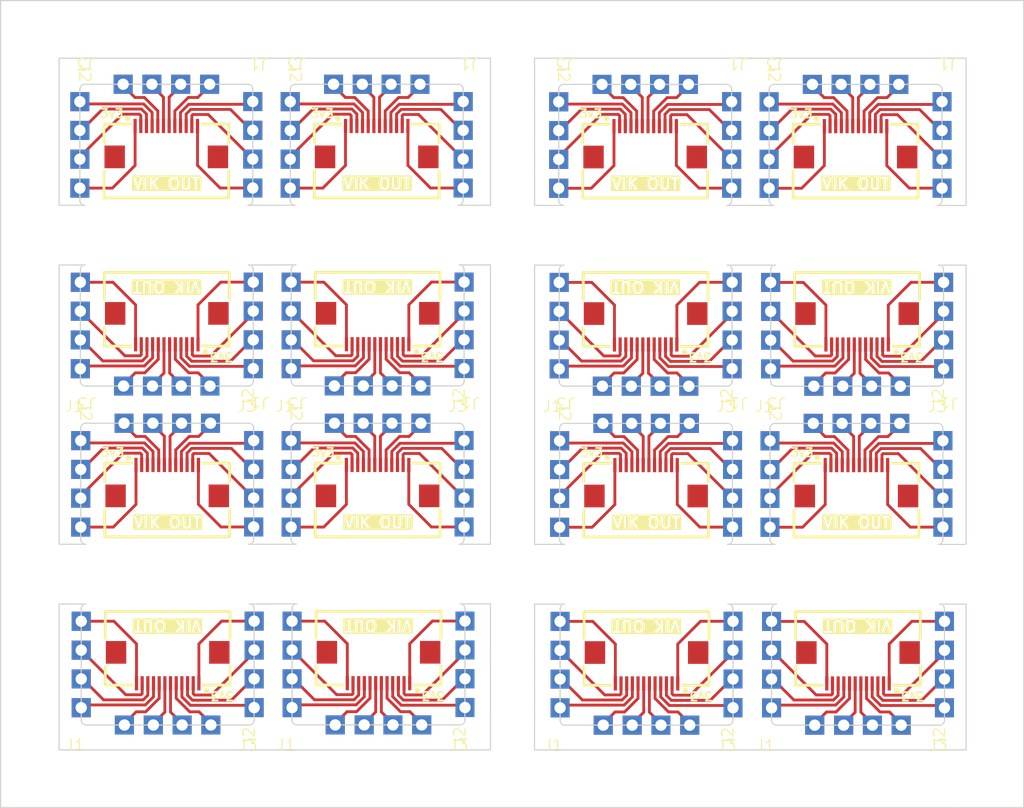
<source format=kicad_pcb>
(kicad_pcb (version 20240108) (generator "pcbnew") (generator_version "8.0")
  (layers (0 "F.Cu" signal) (31 "B.Cu" signal) (34 "B.Paste" user) (35 "F.Paste" user) (36 "B.SilkS" user "B.Silkscreen") (37 "F.SilkS" user "F.Silkscreen") (38 "B.Mask" user) (39 "F.Mask" user) (44 "Edge.Cuts" user))
  (net 0 "")
  (net 1 "SCLK")
  (net 2 "MISO")
  (net 3 "SPI_CS")
  (net 4 "GP_AD2")
  (net 5 "MOSI")
  (net 6 "GP_AD1")
  (net 7 "+5V")
  (net 8 "RGB_DO")
  (net 9 "+3V3")
  (net 10 "GND")
  (net 11 "SDA")
  (net 12 "SCL")
  (footprint "vik:Castellated2.54.01x04" (layer "F.Cu") (at 221.3586 103.272102 90)
    (property "Reference" "J2")
    (property "Value" "Conn_01x04")
  )
  (footprint "vik:Castellated2.54.01x04" (layer "F.Cu") (at 145.713478 43.961411 180)
    (property "Reference" "J3")
    (property "Value" "Conn_01x04")
  )
  (footprint "vik:Castellated2.54.01x04" (layer "F.Cu") (at 186.937322 105.006478)
    (property "Reference" "J1")
    (property "Value" "Conn_01x04")
  )
  (footprint "vik:Castellated2.54.01x04" (layer "F.Cu") (at 163.788978 75.561511 -90)
    (property "Reference" "J2")
    (property "Value" "Conn_01x04")
  )
  (footprint "vik:Castellated2.54.01x04" (layer "F.Cu") (at 187.3708 45.7006 -90)
    (property "Reference" "J2")
    (property "Value" "Conn_01x04")
  )
  (footprint "vik:Castellated2.54.01x04" (layer "F.Cu") (at 178.4775 75.1007)
    (property "Reference" "J3")
    (property "Value" "Conn_01x04")
  )
  (footprint "vik:Castellated2.54.01x04" (layer "F.Cu") (at 160.52 103.257289 90)
    (property "Reference" "J2")
    (property "Value" "Conn_01x04")
  )
  (footprint "vik:Castellated2.54.01x04" (layer "F.Cu") (at 179.573978 73.825511 180)
    (property "Reference" "J1")
    (property "Value" "Conn_01x04")
  )
  (footprint "vik:Castellated2.54.01x04" (layer "F.Cu") (at 205.9128 45.7006 -90)
    (property "Reference" "J2")
    (property "Value" "Conn_01x04")
  )
  (footprint "vik:Castellated2.54.01x04" (layer "F.Cu") (at 163.2375 75.1107)
    (property "Reference" "J1")
    (property "Value" "Conn_01x04")
  )
  (footprint "vik:Castellated2.54.01x04" (layer "F.Cu") (at 203.1558 43.9646 180)
    (property "Reference" "J1")
    (property "Value" "Conn_01x04")
  )
  (footprint "vik:vik-keyboard-connector-horizontal" (layer "F.Cu") (at 152.905 96.992289 180)
    (property "Reference" "J4" (hide yes))
    (property "Value" "~")
  )
  (footprint "vik:Castellated2.54.01x04" (layer "F.Cu") (at 178.556 104.9748)
    (property "Reference" "J3")
    (property "Value" "Conn_01x04")
  )
  (footprint "vik:Castellated2.54.01x04" (layer "F.Cu") (at 164.255478 43.961411 180)
    (property "Reference" "J3")
    (property "Value" "Conn_01x04")
  )
  (footprint "vik:vik-keyboard-connector-horizontal" (layer "F.Cu") (at 195.028822 67.131378 180)
    (property "Reference" "J4" (hide yes))
    (property "Value" "~")
  )
  (footprint "vik:Castellated2.54.01x04" (layer "F.Cu") (at 203.2343 73.8387 180)
    (property "Reference" "J1")
    (property "Value" "Conn_01x04")
  )
  (footprint "vik:vik-keyboard-connector-horizontal" (layer "F.Cu") (at 213.5278 51.9656)
    (property "Reference" "J4" (hide yes))
    (property "Value" "~")
  )
  (footprint "vik:Castellated2.54.01x04" (layer "F.Cu") (at 145.168478 45.687411 -90)
    (property "Reference" "J2")
    (property "Value" "Conn_01x04")
  )
  (footprint "vik:vik-keyboard-connector-horizontal" (layer "F.Cu") (at 152.8265 67.118189 180)
    (property "Reference" "J4" (hide yes))
    (property "Value" "~")
  )
  (footprint "vik:Castellated2.54.01x04" (layer "F.Cu") (at 206.4578 43.9746 180)
    (property "Reference" "J3")
    (property "Value" "Conn_01x04")
  )
  (footprint "vik:Castellated2.54.01x04" (layer "F.Cu") (at 179.101 103.2488 90)
    (property "Reference" "J2")
    (property "Value" "Conn_01x04")
  )
  (footprint "vik:Castellated2.54.01x04" (layer "F.Cu") (at 202.177322 104.996478)
    (property "Reference" "J3")
    (property "Value" "Conn_01x04")
  )
  (footprint "vik:Castellated2.54.01x04" (layer "F.Cu") (at 159.975 104.983289)
    (property "Reference" "J3")
    (property "Value" "Conn_01x04")
  )
  (footprint "vik:Castellated2.54.01x04" (layer "F.Cu") (at 187.9943 73.8487 180)
    (property "Reference" "J3")
    (property "Value" "Conn_01x04")
  )
  (footprint "vik:Castellated2.54.01x04" (layer "F.Cu") (at 221.2801 73.398002 90)
    (property "Reference" "J2")
    (property "Value" "Conn_01x04")
  )
  (footprint "vik:Castellated2.54.01x04" (layer "F.Cu") (at 164.333978 73.835511 180)
    (property "Reference" "J3")
    (property "Value" "Conn_01x04")
  )
  (footprint "vik:vik-keyboard-connector-horizontal" (layer "F.Cu") (at 195.107322 97.005478 180)
    (property "Reference" "J4" (hide yes))
    (property "Value" "~")
  )
  (footprint "vik:Castellated2.54.01x04" (layer "F.Cu") (at 220.8136 104.998102)
    (property "Reference" "J3")
    (property "Value" "Conn_01x04")
  )
  (footprint "vik:Castellated2.54.01x04" (layer "F.Cu") (at 145.246978 75.561511 -90)
    (property "Reference" "J2")
    (property "Value" "Conn_01x04")
  )
  (footprint "vik:Castellated2.54.01x04" (layer "F.Cu") (at 145.791978 73.835511 180)
    (property "Reference" "J3")
    (property "Value" "Conn_01x04")
  )
  (footprint "vik:vik-keyboard-connector-horizontal" (layer "F.Cu") (at 213.7436 97.007102 180)
    (property "Reference" "J4" (hide yes))
    (property "Value" "~")
  )
  (footprint "vik:Castellated2.54.01x04" (layer "F.Cu") (at 144.6565 75.119189)
    (property "Reference" "J1")
    (property "Value" "Conn_01x04")
  )
  (footprint "vik:Castellated2.54.01x04" (layer "F.Cu") (at 220.7351 75.124002)
    (property "Reference" "J3")
    (property "Value" "Conn_01x04")
  )
  (footprint "vik:Castellated2.54.01x04" (layer "F.Cu") (at 160.953478 43.951411 180)
    (property "Reference" "J1")
    (property "Value" "Conn_01x04")
  )
  (footprint "vik:Castellated2.54.01x04" (layer "F.Cu") (at 202.722322 103.270478 90)
    (property "Reference" "J2")
    (property "Value" "Conn_01x04")
  )
  (footprint "vik:vik-keyboard-connector-horizontal" (layer "F.Cu") (at 171.4075 67.1097 180)
    (property "Reference" "J4" (hide yes))
    (property "Value" "~")
  )
  (footprint "vik:Castellated2.54.01x04" (layer "F.Cu") (at 159.8965 75.109189)
    (property "Reference" "J3")
    (property "Value" "Conn_01x04")
  )
  (footprint "vik:Castellated2.54.01x04" (layer "F.Cu") (at 187.4493 75.5747 -90)
    (property "Reference" "J2")
    (property "Value" "Conn_01x04")
  )
  (footprint "vik:Castellated2.54.01x04" (layer "F.Cu") (at 205.5736 105.008102)
    (property "Reference" "J1")
    (property "Value" "Conn_01x04")
  )
  (footprint "vik:Castellated2.54.01x04" (layer "F.Cu") (at 205.4951 75.134002)
    (property "Reference" "J1")
    (property "Value" "Conn_01x04")
  )
  (footprint "vik:Castellated2.54.01x04" (layer "F.Cu") (at 187.9158 43.9746 180)
    (property "Reference" "J3")
    (property "Value" "Conn_01x04")
  )
  (footprint "vik:Castellated2.54.01x04" (layer "F.Cu") (at 202.098822 75.122378)
    (property "Reference" "J3")
    (property "Value" "Conn_01x04")
  )
  (footprint "vik:vik-keyboard-connector-horizontal" (layer "F.Cu") (at 213.6651 67.133002 180)
    (property "Reference" "J4" (hide yes))
    (property "Value" "~")
  )
  (footprint "vik:vik-keyboard-connector-horizontal" (layer "F.Cu") (at 171.403978 81.826511)
    (property "Reference" "J4" (hide yes))
    (property "Value" "~")
  )
  (footprint "vik:Castellated2.54.01x04" (layer "F.Cu") (at 179.0225 73.3747 90)
    (property "Reference" "J2")
    (property "Value" "Conn_01x04")
  )
  (footprint "vik:Castellated2.54.01x04" (layer "F.Cu") (at 144.735 104.993289)
    (property "Reference" "J1")
    (property "Value" "Conn_01x04")
  )
  (footprint "vik:vik-keyboard-connector-horizontal" (layer "F.Cu") (at 171.325478 51.952411)
    (property "Reference" "J4" (hide yes))
    (property "Value" "~")
  )
  (footprint "vik:Castellated2.54.01x04" (layer "F.Cu") (at 163.710478 45.687411 -90)
    (property "Reference" "J2")
    (property "Value" "Conn_01x04")
  )
  (footprint "vik:vik-keyboard-connector-horizontal" (layer "F.Cu") (at 195.0643 81.8397)
    (property "Reference" "J4" (hide yes))
    (property "Value" "~")
  )
  (footprint "vik:Castellated2.54.01x04" (layer "F.Cu") (at 205.9913 75.5747 -90)
    (property "Reference" "J2")
    (property "Value" "Conn_01x04")
  )
  (footprint "vik:Castellated2.54.01x04" (layer "F.Cu") (at 179.495478 43.951411 180)
    (property "Reference" "J1")
    (property "Value" "Conn_01x04")
  )
  (footprint "vik:Castellated2.54.01x04" (layer "F.Cu") (at 206.5363 73.8487 180)
    (property "Reference" "J3")
    (property "Value" "Conn_01x04")
  )
  (footprint "vik:vik-keyboard-connector-horizontal" (layer "F.Cu") (at 194.9858 51.9656)
    (property "Reference" "J4" (hide yes))
    (property "Value" "~")
  )
  (footprint "vik:Castellated2.54.01x04" (layer "F.Cu") (at 163.316 104.9848)
    (property "Reference" "J1")
    (property "Value" "Conn_01x04")
  )
  (footprint "vik:Castellated2.54.01x04" (layer "F.Cu") (at 161.031978 73.825511 180)
    (property "Reference" "J1")
    (property "Value" "Conn_01x04")
  )
  (footprint "vik:Castellated2.54.01x04" (layer "F.Cu") (at 160.4415 73.383189 90)
    (property "Reference" "J2")
    (property "Value" "Conn_01x04")
  )
  (footprint "vik:Castellated2.54.01x04" (layer "F.Cu") (at 202.643822 73.396378 90)
    (property "Reference" "J2")
    (property "Value" "Conn_01x04")
  )
  (footprint "vik:vik-keyboard-connector-horizontal" (layer "F.Cu") (at 152.861978 81.826511)
    (property "Reference" "J4" (hide yes))
    (property "Value" "~")
  )
  (footprint "vik:vik-keyboard-connector-horizontal" (layer "F.Cu") (at 152.783478 51.952411)
    (property "Reference" "J4" (hide yes))
    (property "Value" "~")
  )
  (footprint "vik:Castellated2.54.01x04" (layer "F.Cu") (at 186.858822 75.132378)
    (property "Reference" "J1")
    (property "Value" "Conn_01x04")
  )
  (footprint "vik:vik-keyboard-connector-horizontal" (layer "F.Cu") (at 171.486 96.9838 180)
    (property "Reference" "J4" (hide yes))
    (property "Value" "~")
  )
  (footprint "vik:Castellated2.54.01x04" (layer "F.Cu") (at 221.6978 43.9646 180)
    (property "Reference" "J1")
    (property "Value" "Conn_01x04")
  )
  (footprint "vik:Castellated2.54.01x04" (layer "F.Cu") (at 221.7763 73.8387 180)
    (property "Reference" "J1")
    (property "Value" "Conn_01x04")
  )
  (footprint "vik:vik-keyboard-connector-horizontal" (layer "F.Cu") (at 213.6063 81.8397)
    (property "Reference" "J4" (hide yes))
    (property "Value" "~")
  )
  (gr_line (start 206.554738 102.72108) (end 220.932462 102.72108) (stroke (width 0.1)) (layer "Edge.Cuts"))
  (gr_line (start 163.785 76.542649) (end 163.785 86.348373) (stroke (width 0.1)) (layer "Edge.Cuts"))
  (gr_arc (start 160.403478 56.475295) (mid 160.277505 56.779438) (end 159.973362 56.905411) (stroke (width 0.1)) (layer "Edge.Cuts"))
  (gr_line (start 185.24 86.791678) (end 185.24 62.178378) (stroke (width 0.1)) (layer "Edge.Cuts"))
  (gr_line (start 138.176 104.394) (end 138.176 40.386) (stroke (width 0.1)) (layer "Edge.Cuts"))
  (gr_line (start 187.91846 102.719456) (end 202.296184 102.719456) (stroke (width 0.1)) (layer "Edge.Cuts"))
  (gr_line (start 187.445322 76.555838) (end 187.445322 86.361562) (stroke (width 0.1)) (layer "Edge.Cuts"))
  (gr_arc (start 205.987322 76.555838) (mid 206.113289 76.251689) (end 206.417438 76.125722) (stroke (width 0.1)) (layer "Edge.Cuts"))
  (gr_arc (start 145.673116 86.778489) (mid 145.368967 86.652522) (end 145.243 86.348373) (stroke (width 0.1)) (layer "Edge.Cuts"))
  (gr_arc (start 187.875438 86.791678) (mid 187.571289 86.665711) (end 187.445322 86.361562) (stroke (width 0.1)) (layer "Edge.Cuts"))
  (gr_line (start 178.515362 56.905411) (end 181.356 56.905411) (stroke (width 0.1)) (layer "Edge.Cuts"))
  (gr_line (start 202.253162 76.125722) (end 187.875438 76.125722) (stroke (width 0.1)) (layer "Edge.Cuts"))
  (gr_arc (start 160.481978 86.349395) (mid 160.356005 86.653538) (end 160.051862 86.779511) (stroke (width 0.1)) (layer "Edge.Cuts"))
  (gr_line (start 178.596362 62.157722) (end 181.35 62.157722) (stroke (width 0.1)) (layer "Edge.Cuts"))
  (gr_line (start 228.346 55.626) (end 228.346 38.862) (stroke (width 0.1)) (layer "Edge.Cuts"))
  (gr_arc (start 145.637638 72.832167) (mid 145.333489 72.7062) (end 145.207522 72.402051) (stroke (width 0.1)) (layer "Edge.Cuts"))
  (gr_line (start 222.25 109.982) (end 139.192 109.982) (stroke (width 0.1)) (layer "Edge.Cuts"))
  (gr_line (start 181.356 104.902) (end 143.336 104.902) (stroke (width 0.1)) (layer "Edge.Cuts"))
  (gr_arc (start 220.853962 62.181024) (mid 221.15811 62.306991) (end 221.284078 62.61114) (stroke (width 0.1)) (layer "Edge.Cuts"))
  (gr_line (start 187.838938 62.178378) (end 185.24 62.178378) (stroke (width 0.1)) (layer "Edge.Cuts"))
  (gr_line (start 220.716662 46.251622) (end 206.338938 46.251622) (stroke (width 0.1)) (layer "Edge.Cuts"))
  (gr_line (start 221.362578 102.290964) (end 221.362578 92.48524) (stroke (width 0.1)) (layer "Edge.Cuts"))
  (gr_arc (start 178.596362 62.157722) (mid 178.900511 62.283689) (end 179.026478 62.587838) (stroke (width 0.1)) (layer "Edge.Cuts"))
  (gr_arc (start 187.83996 72.845356) (mid 187.535811 72.719389) (end 187.409844 72.41524) (stroke (width 0.1)) (layer "Edge.Cuts"))
  (gr_line (start 160.445478 72.402051) (end 160.445478 62.596327) (stroke (width 0.1)) (layer "Edge.Cuts"))
  (gr_arc (start 145.285 92.469405) (mid 145.410973 92.165262) (end 145.715116 92.039289) (stroke (width 0.1)) (layer "Edge.Cuts"))
  (gr_line (start 214.884 38.862) (end 226.314 38.862) (stroke (width 0.1)) (layer "Edge.Cuts"))
  (gr_line (start 228.346 55.626) (end 228.346 108.966) (stroke (width 0.1)) (layer "Edge.Cuts"))
  (gr_line (start 187.366822 46.681738) (end 187.366822 56.487462) (stroke (width 0.1)) (layer "Edge.Cuts"))
  (gr_arc (start 179.023978 86.349395) (mid 178.898005 86.653538) (end 178.593862 86.779511) (stroke (width 0.1)) (layer "Edge.Cuts"))
  (gr_arc (start 159.97234 46.238433) (mid 160.276489 46.3644) (end 160.402456 46.668549) (stroke (width 0.1)) (layer "Edge.Cuts"))
  (gr_line (start 145.715116 92.039289) (end 143.336 92.039289) (stroke (width 0.1)) (layer "Edge.Cuts"))
  (gr_line (start 202.7263 102.28934) (end 202.7263 92.483616) (stroke (width 0.1)) (layer "Edge.Cuts"))
  (gr_arc (start 187.408822 62.608494) (mid 187.534795 62.304351) (end 187.838938 62.178378) (stroke (width 0.1)) (layer "Edge.Cuts"))
  (gr_line (start 163.7875 62.586816) (end 163.788522 72.393562) (stroke (width 0.1)) (layer "Edge.Cuts"))
  (gr_line (start 145.1645 46.668549) (end 145.1645 56.474273) (stroke (width 0.1)) (layer "Edge.Cuts"))
  (gr_arc (start 145.716138 102.706267) (mid 145.411989 102.5803) (end 145.286022 102.276151) (stroke (width 0.1)) (layer "Edge.Cuts"))
  (gr_line (start 179.023978 86.349395) (end 179.022956 76.542649) (stroke (width 0.1)) (layer "Edge.Cuts"))
  (gr_line (start 145.243 76.542649) (end 145.243 86.348373) (stroke (width 0.1)) (layer "Edge.Cuts"))
  (gr_arc (start 160.015362 62.166211) (mid 160.319511 62.292178) (end 160.445478 62.596327) (stroke (width 0.1)) (layer "Edge.Cuts"))
  (gr_line (start 202.6843 86.362584) (end 202.683278 76.555838) (stroke (width 0.1)) (layer "Edge.Cuts"))
  (gr_line (start 138.176 38.862) (end 138.176 40.386) (stroke (width 0.1)) (layer "Edge.Cuts"))
  (gr_arc (start 178.59284 76.112533) (mid 178.896989 76.2385) (end 179.022956 76.542649) (stroke (width 0.1)) (layer "Edge.Cuts"))
  (gr_line (start 206.0451 62.610118) (end 206.046122 72.416864) (stroke (width 0.1)) (layer "Edge.Cuts"))
  (gr_line (start 220.932462 92.055124) (end 223.266 92.055124) (stroke (width 0.1)) (layer "Edge.Cuts"))
  (gr_line (start 164.297138 102.697778) (end 178.674862 102.697778) (stroke (width 0.1)) (layer "Edge.Cuts"))
  (gr_line (start 160.403478 56.475295) (end 160.402456 46.668549) (stroke (width 0.1)) (layer "Edge.Cuts"))
  (gr_arc (start 145.594616 56.904389) (mid 145.290467 56.778422) (end 145.1645 56.474273) (stroke (width 0.1)) (layer "Edge.Cuts"))
  (gr_arc (start 202.6058 56.488484) (mid 202.479827 56.792627) (end 202.175684 56.9186) (stroke (width 0.1)) (layer "Edge.Cuts"))
  (gr_line (start 181.35 62.157722) (end 181.35 86.779511) (stroke (width 0.1)) (layer "Edge.Cuts"))
  (gr_line (start 178.674862 92.031822) (end 181.35 92.031822) (stroke (width 0.1)) (layer "Edge.Cuts"))
  (gr_line (start 178.593862 86.779511) (end 181.35 86.779511) (stroke (width 0.1)) (layer "Edge.Cuts"))
  (gr_arc (start 220.795162 76.125722) (mid 221.099311 76.251689) (end 221.225278 76.555838) (stroke (width 0.1)) (layer "Edge.Cuts"))
  (gr_line (start 138.176 109.982) (end 139.192 109.982) (stroke (width 0.1)) (layer "Edge.Cuts"))
  (gr_line (start 143.336 62.165189) (end 143.336 86.36) (stroke (width 0.1)) (layer "Edge.Cuts"))
  (gr_arc (start 187.487322 92.482594) (mid 187.613295 92.178451) (end 187.917438 92.052478) (stroke (width 0.1)) (layer "Edge.Cuts"))
  (gr_arc (start 160.445478 72.402051) (mid 160.319511 72.7062) (end 160.015362 72.832167) (stroke (width 0.1)) (layer "Edge.Cuts"))
  (gr_line (start 223.266 92.055124) (end 223.266 104.902) (stroke (width 0.1)) (layer "Edge.Cuts"))
  (gr_arc (start 187.796938 56.917578) (mid 187.492789 56.791611) (end 187.366822 56.487462) (stroke (width 0.1)) (layer "Edge.Cuts"))
  (gr_line (start 202.217684 62.1794) (end 206.475216 62.180002) (stroke (width 0.1)) (layer "Edge.Cuts"))
  (gr_line (start 185.237322 104.902) (end 223.266 104.902) (stroke (width 0.1)) (layer "Edge.Cuts"))
  (gr_line (start 223.266 62.181024) (end 223.266 86.614) (stroke (width 0.1)) (layer "Edge.Cuts"))
  (gr_line (start 185.237322 43.942) (end 223.266 43.942) (stroke (width 0.1)) (layer "Edge.Cuts"))
  (gr_line (start 163.7065 46.668549) (end 163.7065 56.474273) (stroke (width 0.1)) (layer "Edge.Cuts"))
  (gr_line (start 220.796184 86.7927) (end 223.266 86.7927) (stroke (width 0.1)) (layer "Edge.Cuts"))
  (gr_arc (start 221.362578 102.290964) (mid 221.236611 102.595113) (end 220.932462 102.72108) (stroke (width 0.1)) (layer "Edge.Cuts"))
  (gr_line (start 205.908822 46.681738) (end 205.908822 56.487462) (stroke (width 0.1)) (layer "Edge.Cuts"))
  (gr_arc (start 145.243 76.542649) (mid 145.368967 76.2385) (end 145.673116 76.112533) (stroke (width 0.1)) (layer "Edge.Cuts"))
  (gr_line (start 205.987322 76.555838) (end 205.987322 86.361562) (stroke (width 0.1)) (layer "Edge.Cuts"))
  (gr_line (start 160.093862 92.040311) (end 164.296116 92.0308) (stroke (width 0.1)) (layer "Edge.Cuts"))
  (gr_line (start 179.104978 102.267662) (end 179.104978 92.461938) (stroke (width 0.1)) (layer "Edge.Cuts"))
  (gr_arc (start 221.1478 56.488484) (mid 221.021827 56.792627) (end 220.717684 56.9186) (stroke (width 0.1)) (layer "Edge.Cuts"))
  (gr_line (start 185.237322 102.719456) (end 185.237322 104.902) (stroke (width 0.1)) (layer "Edge.Cuts"))
  (gr_line (start 160.481978 86.349395) (end 160.480956 76.542649) (stroke (width 0.1)) (layer "Edge.Cuts"))
  (gr_line (start 223.266 56.9186) (end 223.266 43.942) (stroke (width 0.1)) (layer "Edge.Cuts"))
  (gr_line (start 164.218638 72.823678) (end 178.596362 72.823678) (stroke (width 0.1)) (layer "Edge.Cuts"))
  (gr_arc (start 202.7263 102.28934) (mid 202.600333 102.593489) (end 202.296184 102.719456) (stroke (width 0.1)) (layer "Edge.Cuts"))
  (gr_line (start 187.408822 62.608494) (end 187.409844 72.41524) (stroke (width 0.1)) (layer "Edge.Cuts"))
  (gr_line (start 138.176 104.394) (end 138.176 109.982) (stroke (width 0.1)) (layer "Edge.Cuts"))
  (gr_arc (start 202.217684 62.1794) (mid 202.521827 62.305373) (end 202.6478 62.609516) (stroke (width 0.1)) (layer "Edge.Cuts"))
  (gr_line (start 228.346 109.982) (end 228.346 108.966) (stroke (width 0.1)) (layer "Edge.Cuts"))
  (gr_line (start 178.51434 46.238433) (end 164.136616 46.238433) (stroke (width 0.1)) (layer "Edge.Cuts"))
  (gr_arc (start 164.136616 56.904389) (mid 163.832467 56.778422) (end 163.7065 56.474273) (stroke (width 0.1)) (layer "Edge.Cuts"))
  (gr_arc (start 160.05084 76.112533) (mid 160.354989 76.2385) (end 160.480956 76.542649) (stroke (width 0.1)) (layer "Edge.Cuts"))
  (gr_line (start 187.875438 86.791678) (end 185.24 86.791678) (stroke (width 0.1)) (layer "Edge.Cuts"))
  (gr_line (start 222.25 109.982) (end 228.346 109.982) (stroke (width 0.1)) (layer "Edge.Cuts"))
  (gr_line (start 228.346 38.862) (end 226.314 38.862) (stroke (width 0.1)) (layer "Edge.Cuts"))
  (gr_line (start 179.026478 72.393562) (end 179.026478 62.587838) (stroke (width 0.1)) (layer "Edge.Cuts"))
  (gr_line (start 187.487322 92.482594) (end 187.488344 102.28934) (stroke (width 0.1)) (layer "Edge.Cuts"))
  (gr_line (start 202.175684 56.9186) (end 206.338938 56.917578) (stroke (width 0.1)) (layer "Edge.Cuts"))
  (gr_line (start 160.015362 62.166211) (end 164.217616 62.1567) (stroke (width 0.1)) (layer "Edge.Cuts"))
  (gr_arc (start 187.91846 102.719456) (mid 187.614311 102.593489) (end 187.488344 102.28934) (stroke (width 0.1)) (layer "Edge.Cuts"))
  (gr_line (start 202.174662 46.251622) (end 187.796938 46.251622) (stroke (width 0.1)) (layer "Edge.Cuts"))
  (gr_line (start 202.254184 86.7927) (end 206.417438 86.791678) (stroke (width 0.1)) (layer "Edge.Cuts"))
  (gr_line (start 159.973362 56.905411) (end 164.136616 56.904389) (stroke (width 0.1)) (layer "Edge.Cuts"))
  (gr_line (start 181.356 102.697778) (end 181.356 104.902) (stroke (width 0.1)) (layer "Edge.Cuts"))
  (gr_line (start 221.2263 86.362584) (end 221.225278 76.555838) (stroke (width 0.1)) (layer "Edge.Cuts"))
  (gr_line (start 163.866 92.460916) (end 163.867022 102.267662) (stroke (width 0.1)) (layer "Edge.Cuts"))
  (gr_line (start 202.6478 72.41524) (end 202.6478 62.609516) (stroke (width 0.1)) (layer "Edge.Cuts"))
  (gr_arc (start 164.218638 72.823678) (mid 163.914489 72.697711) (end 163.788522 72.393562) (stroke (width 0.1)) (layer "Edge.Cuts"))
  (gr_line (start 206.1236 92.484218) (end 206.124622 102.290964) (stroke (width 0.1)) (layer "Edge.Cuts"))
  (gr_arc (start 206.476238 72.84698) (mid 206.172088 72.721013) (end 206.046122 72.416864) (stroke (width 0.1)) (layer "Edge.Cuts"))
  (gr_line (start 145.594616 56.904389) (end 143.336 56.904389) (stroke (width 0.1)) (layer "Edge.Cuts"))
  (gr_arc (start 160.523978 102.276151) (mid 160.398011 102.5803) (end 160.093862 102.706267) (stroke (width 0.1)) (layer "Edge.Cuts"))
  (gr_line (start 160.051862 86.779511) (end 164.215116 86.778489) (stroke (width 0.1)) (layer "Edge.Cuts"))
  (gr_line (start 185.24 56.917578) (end 185.237322 43.942) (stroke (width 0.1)) (layer "Edge.Cuts"))
  (gr_arc (start 163.7065 46.668549) (mid 163.832467 46.3644) (end 164.136616 46.238433) (stroke (width 0.1)) (layer "Edge.Cuts"))
  (gr_arc (start 206.1236 92.484218) (mid 206.249573 92.180075) (end 206.553716 92.054102) (stroke (width 0.1)) (layer "Edge.Cuts"))
  (gr_line (start 220.795162 76.125722) (end 206.417438 76.125722) (stroke (width 0.1)) (layer "Edge.Cuts"))
  (gr_arc (start 145.2065 62.595305) (mid 145.332473 62.291162) (end 145.636616 62.165189) (stroke (width 0.1)) (layer "Edge.Cuts"))
  (gr_arc (start 164.215116 86.778489) (mid 163.910967 86.652522) (end 163.785 86.348373) (stroke (width 0.1)) (layer "Edge.Cuts"))
  (gr_line (start 187.796938 56.917578) (end 185.24 56.917578) (stroke (width 0.1)) (layer "Edge.Cuts"))
  (gr_line (start 145.636616 62.165189) (end 143.336 62.165189) (stroke (width 0.1)) (layer "Edge.Cuts"))
  (gr_line (start 206.476238 72.84698) (end 220.853962 72.84698) (stroke (width 0.1)) (layer "Edge.Cuts"))
  (gr_line (start 145.637638 72.832167) (end 160.015362 72.832167) (stroke (width 0.1)) (layer "Edge.Cuts"))
  (gr_line (start 202.296184 92.0535) (end 206.553716 92.054102) (stroke (width 0.1)) (layer "Edge.Cuts"))
  (gr_arc (start 206.554738 102.72108) (mid 206.250589 102.595113) (end 206.124622 102.290964) (stroke (width 0.1)) (layer "Edge.Cuts"))
  (gr_arc (start 202.6843 86.362584) (mid 202.558327 86.666727) (end 202.254184 86.7927) (stroke (width 0.1)) (layer "Edge.Cuts"))
  (gr_line (start 202.6058 56.488484) (end 202.604778 46.681738) (stroke (width 0.1)) (layer "Edge.Cuts"))
  (gr_line (start 187.917438 92.052478) (end 185.24 92.052478) (stroke (width 0.1)) (layer "Edge.Cuts"))
  (gr_line (start 145.673116 86.778489) (end 143.336 86.778489) (stroke (width 0.1)) (layer "Edge.Cuts"))
  (gr_line (start 160.05084 76.112533) (end 145.673116 76.112533) (stroke (width 0.1)) (layer "Edge.Cuts"))
  (gr_arc (start 202.296184 92.0535) (mid 202.600333 92.179467) (end 202.7263 92.483616) (stroke (width 0.1)) (layer "Edge.Cuts"))
  (gr_line (start 143.336 92.039289) (end 143.336 104.902) (stroke (width 0.1)) (layer "Edge.Cuts"))
  (gr_line (start 159.97234 46.238433) (end 145.594616 46.238433) (stroke (width 0.1)) (layer "Edge.Cuts"))
  (gr_arc (start 160.093862 92.040311) (mid 160.398011 92.166278) (end 160.523978 92.470427) (stroke (width 0.1)) (layer "Edge.Cuts"))
  (gr_arc (start 220.932462 92.055124) (mid 221.236611 92.181091) (end 221.362578 92.48524) (stroke (width 0.1)) (layer "Edge.Cuts"))
  (gr_line (start 223.266 86.614) (end 223.266 86.7927) (stroke (width 0.1)) (layer "Edge.Cuts"))
  (gr_arc (start 145.1645 46.668549) (mid 145.290467 46.3644) (end 145.594616 46.238433) (stroke (width 0.1)) (layer "Edge.Cuts"))
  (gr_arc (start 178.51434 46.238433) (mid 178.818489 46.3644) (end 178.944456 46.668549) (stroke (width 0.1)) (layer "Edge.Cuts"))
  (gr_arc (start 206.338938 56.917578) (mid 206.034789 56.791611) (end 205.908822 56.487462) (stroke (width 0.1)) (layer "Edge.Cuts"))
  (gr_line (start 145.285 92.469405) (end 145.286022 102.276151) (stroke (width 0.1)) (layer "Edge.Cuts"))
  (gr_line (start 181.356 43.942) (end 143.336 43.942) (stroke (width 0.1)) (layer "Edge.Cuts"))
  (gr_line (start 178.945478 56.475295) (end 178.944456 46.668549) (stroke (width 0.1)) (layer "Edge.Cuts"))
  (gr_line (start 221.284078 72.416864) (end 221.284078 62.61114) (stroke (width 0.1)) (layer "Edge.Cuts"))
  (gr_arc (start 178.945478 56.475295) (mid 178.819505 56.779438) (end 178.515362 56.905411) (stroke (width 0.1)) (layer "Edge.Cuts"))
  (gr_line (start 181.35 92.031822) (end 181.356 102.697778) (stroke (width 0.1)) (layer "Edge.Cuts"))
  (gr_arc (start 164.297138 102.697778) (mid 163.992989 102.571811) (end 163.867022 102.267662) (stroke (width 0.1)) (layer "Edge.Cuts"))
  (gr_arc (start 205.908822 46.681738) (mid 206.034789 46.377589) (end 206.338938 46.251622) (stroke (width 0.1)) (layer "Edge.Cuts"))
  (gr_line (start 220.853962 62.181024) (end 223.266 62.181024) (stroke (width 0.1)) (layer "Edge.Cuts"))
  (gr_line (start 214.884 38.862) (end 138.176 38.862) (stroke (width 0.1)) (layer "Edge.Cuts"))
  (gr_arc (start 202.174662 46.251622) (mid 202.478811 46.377589) (end 202.604778 46.681738) (stroke (width 0.1)) (layer "Edge.Cuts"))
  (gr_line (start 220.717684 56.9186) (end 223.266 56.9186) (stroke (width 0.1)) (layer "Edge.Cuts"))
  (gr_line (start 181.356 43.942) (end 181.356 56.905411) (stroke (width 0.1)) (layer "Edge.Cuts"))
  (gr_arc (start 221.2263 86.362584) (mid 221.100327 86.666727) (end 220.796184 86.7927) (stroke (width 0.1)) (layer "Edge.Cuts"))
  (gr_arc (start 179.104978 102.267662) (mid 178.979011 102.571811) (end 178.674862 102.697778) (stroke (width 0.1)) (layer "Edge.Cuts"))
  (gr_arc (start 206.417438 86.791678) (mid 206.113289 86.665711) (end 205.987322 86.361562) (stroke (width 0.1)) (layer "Edge.Cuts"))
  (gr_arc (start 221.284078 72.416864) (mid 221.15811 72.721012) (end 220.853962 72.84698) (stroke (width 0.1)) (layer "Edge.Cuts"))
  (gr_line (start 178.59284 76.112533) (end 164.215116 76.112533) (stroke (width 0.1)) (layer "Edge.Cuts"))
  (gr_line (start 187.83996 72.845356) (end 202.217684 72.845356) (stroke (width 0.1)) (layer "Edge.Cuts"))
  (gr_arc (start 178.674862 92.031822) (mid 178.979011 92.157789) (end 179.104978 92.461938) (stroke (width 0.1)) (layer "Edge.Cuts"))
  (gr_line (start 221.1478 56.488484) (end 221.146778 46.681738) (stroke (width 0.1)) (layer "Edge.Cuts"))
  (gr_arc (start 163.866 92.460916) (mid 163.991973 92.156773) (end 164.296116 92.0308) (stroke (width 0.1)) (layer "Edge.Cuts"))
  (gr_arc (start 179.026478 72.393562) (mid 178.900511 72.697711) (end 178.596362 72.823678) (stroke (width 0.1)) (layer "Edge.Cuts"))
  (gr_line (start 145.716138 102.706267) (end 160.093862 102.706267) (stroke (width 0.1)) (layer "Edge.Cuts"))
  (gr_arc (start 163.785 76.542649) (mid 163.910967 76.2385) (end 164.215116 76.112533) (stroke (width 0.1)) (layer "Edge.Cuts"))
  (gr_arc (start 220.716662 46.251622) (mid 221.020811 46.377589) (end 221.146778 46.681738) (stroke (width 0.1)) (layer "Edge.Cuts"))
  (gr_arc (start 206.0451 62.610118) (mid 206.171073 62.305974) (end 206.475216 62.180002) (stroke (width 0.1)) (layer "Edge.Cuts"))
  (gr_line (start 160.523978 102.276151) (end 160.523978 92.470427) (stroke (width 0.1)) (layer "Edge.Cuts"))
  (gr_arc (start 187.445322 76.555838) (mid 187.571289 76.251689) (end 187.875438 76.125722) (stroke (width 0.1)) (layer "Edge.Cuts"))
  (gr_arc (start 187.366822 46.681738) (mid 187.492789 46.377589) (end 187.796938 46.251622) (stroke (width 0.1)) (layer "Edge.Cuts"))
  (gr_line (start 185.24 92.052478) (end 185.237322 102.719456) (stroke (width 0.1)) (layer "Edge.Cuts"))
  (gr_line (start 143.336 86.778489) (end 143.336 86.36) (stroke (width 0.1)) (layer "Edge.Cuts"))
  (gr_line (start 143.336 43.942) (end 143.336 56.904389) (stroke (width 0.1)) (layer "Edge.Cuts"))
  (gr_arc (start 202.253162 76.125722) (mid 202.557311 76.251689) (end 202.683278 76.555838) (stroke (width 0.1)) (layer "Edge.Cuts"))
  (gr_arc (start 163.7875 62.586816) (mid 163.913473 62.282673) (end 164.217616 62.1567) (stroke (width 0.1)) (layer "Edge.Cuts"))
  (gr_line (start 145.2065 62.595305) (end 145.207522 72.402051) (stroke (width 0.1)) (layer "Edge.Cuts"))
  (gr_arc (start 202.6478 72.41524) (mid 202.521834 72.719391) (end 202.217684 72.845356) (stroke (width 0.1)) (layer "Edge.Cuts"))
  (segment (start 166.743 93.5548) (end 163.991114 93.5548) (width 0.25) (layer "F.Cu") (net 1))
  (segment (start 148.0835 63.689189) (end 145.331614 63.689189) (width 0.25) (layer "F.Cu") (net 1))
  (segment (start 216.3563 79.8017) (end 216.3563 83.2757) (width 0.25) (layer "F.Cu") (net 1))
  (segment (start 168.736 99.0218) (end 168.736 95.5478) (width 0.25) (layer "F.Cu") (net 1))
  (segment (start 192.357322 99.043478) (end 192.357322 95.569478) (width 0.25) (layer "F.Cu") (net 1))
  (segment (start 216.3563 83.2757) (end 218.3493 85.2687) (width 0.25) (layer "F.Cu") (net 1))
  (segment (start 197.8143 79.8017) (end 197.8143 83.2757) (width 0.25) (layer "F.Cu") (net 1))
  (segment (start 168.6575 65.6737) (end 166.6645 63.6807) (width 0.25) (layer "F.Cu") (net 1))
  (segment (start 216.2778 53.4016) (end 218.2708 55.3946) (width 0.25) (layer "F.Cu") (net 1))
  (segment (start 192.357322 95.569478) (end 190.364322 93.576478) (width 0.25) (layer "F.Cu") (net 1))
  (segment (start 157.526478 55.381411) (end 160.278364 55.381411) (width 0.25) (layer "F.Cu") (net 1))
  (segment (start 155.533478 53.388411) (end 157.526478 55.381411) (width 0.25) (layer "F.Cu") (net 1))
  (segment (start 218.3493 85.2687) (end 221.101186 85.2687) (width 0.25) (layer "F.Cu") (net 1))
  (segment (start 148.162 93.563289) (end 145.410114 93.563289) (width 0.25) (layer "F.Cu") (net 1))
  (segment (start 192.278822 69.169378) (end 192.278822 65.695378) (width 0.25) (layer "F.Cu") (net 1))
  (segment (start 150.155 95.556289) (end 148.162 93.563289) (width 0.25) (layer "F.Cu") (net 1))
  (segment (start 216.2778 49.9276) (end 216.2778 53.4016) (width 0.25) (layer "F.Cu") (net 1))
  (segment (start 150.155 99.030289) (end 150.155 95.556289) (width 0.25) (layer "F.Cu") (net 1))
  (segment (start 150.0765 69.156189) (end 150.0765 65.682189) (width 0.25) (layer "F.Cu") (net 1))
  (segment (start 192.278822 65.695378) (end 190.285822 63.702378) (width 0.25) (layer "F.Cu") (net 1))
  (segment (start 176.146978 85.255511) (end 178.898864 85.255511) (width 0.25) (layer "F.Cu") (net 1))
  (segment (start 210.9936 95.571102) (end 209.0006 93.578102) (width 0.25) (layer "F.Cu") (net 1))
  (segment (start 174.153978 79.788511) (end 174.153978 83.262511) (width 0.25) (layer "F.Cu") (net 1))
  (segment (start 155.533478 49.914411) (end 155.533478 53.388411) (width 0.25) (layer "F.Cu") (net 1))
  (segment (start 176.068478 55.381411) (end 178.820364 55.381411) (width 0.25) (layer "F.Cu") (net 1))
  (segment (start 218.2708 55.3946) (end 221.022686 55.3946) (width 0.25) (layer "F.Cu") (net 1))
  (segment (start 174.075478 53.388411) (end 176.068478 55.381411) (width 0.25) (layer "F.Cu") (net 1))
  (segment (start 197.7358 53.4016) (end 199.7288 55.3946) (width 0.25) (layer "F.Cu") (net 1))
  (segment (start 190.364322 93.576478) (end 187.612436 93.576478) (width 0.25) (layer "F.Cu") (net 1))
  (segment (start 199.8073 85.2687) (end 202.559186 85.2687) (width 0.25) (layer "F.Cu") (net 1))
  (segment (start 168.736 95.5478) (end 166.743 93.5548) (width 0.25) (layer "F.Cu") (net 1))
  (segment (start 190.285822 63.702378) (end 187.533936 63.702378) (width 0.25) (layer "F.Cu") (net 1))
  (segment (start 210.9151 65.697002) (end 208.9221 63.704002) (width 0.25) (layer "F.Cu") (net 1))
  (segment (start 209.0006 93.578102) (end 206.248714 93.578102) (width 0.25) (layer "F.Cu") (net 1))
  (segment (start 174.075478 49.914411) (end 174.075478 53.388411) (width 0.25) (layer "F.Cu") (net 1))
  (segment (start 155.611978 79.788511) (end 155.611978 83.262511) (width 0.25) (layer "F.Cu") (net 1))
  (segment (start 174.153978 83.262511) (end 176.146978 85.255511) (width 0.25) (layer "F.Cu") (net 1))
  (segment (start 166.6645 63.6807) (end 163.912614 63.6807) (width 0.25) (layer "F.Cu") (net 1))
  (segment (start 157.604978 85.255511) (end 160.356864 85.255511) (width 0.25) (layer "F.Cu") (net 1))
  (segment (start 197.7358 49.9276) (end 197.7358 53.4016) (width 0.25) (layer "F.Cu") (net 1))
  (segment (start 168.6575 69.1477) (end 168.6575 65.6737) (width 0.25) (layer "F.Cu") (net 1))
  (segment (start 208.9221 63.704002) (end 206.170214 63.704002) (width 0.25) (layer "F.Cu") (net 1))
  (segment (start 155.611978 83.262511) (end 157.604978 85.255511) (width 0.25) (layer "F.Cu") (net 1))
  (segment (start 197.8143 83.2757) (end 199.8073 85.2687) (width 0.25) (layer "F.Cu") (net 1))
  (segment (start 199.7288 55.3946) (end 202.480686 55.3946) (width 0.25) (layer "F.Cu") (net 1))
  (segment (start 210.9936 99.045102) (end 210.9936 95.571102) (width 0.25) (layer "F.Cu") (net 1))
  (segment (start 210.9151 69.171002) (end 210.9151 65.697002) (width 0.25) (layer "F.Cu") (net 1))
  (segment (start 150.0765 65.682189) (end 148.0835 63.689189) (width 0.25) (layer "F.Cu") (net 1))
  (segment (start 156.476478 48.904411) (end 160.278085 52.706018) (width 0.25) (layer "F.Cu") (net 2))
  (segment (start 150.5765 69.156189) (end 150.5765 70.071189) (width 0.25) (layer "F.Cu") (net 2))
  (segment (start 192.778822 70.084378) (end 192.683822 70.179378) (width 0.25) (layer "F.Cu") (net 2))
  (segment (start 197.3308 48.9176) (end 198.6788 48.9176) (width 0.25) (layer "F.Cu") (net 2))
  (segment (start 215.9513 78.7917) (end 217.2993 78.7917) (width 0.25) (layer "F.Cu") (net 2))
  (segment (start 215.7778 49.9276) (end 215.7778 49.0126) (width 0.25) (layer "F.Cu") (net 2))
  (segment (start 150.56 100.040289) (end 149.212 100.040289) (width 0.25) (layer "F.Cu") (net 2))
  (segment (start 155.111978 79.788511) (end 155.111978 78.873511) (width 0.25) (layer "F.Cu") (net 2))
  (segment (start 211.4936 99.045102) (end 211.4936 99.960102) (width 0.25) (layer "F.Cu") (net 2))
  (segment (start 169.236 99.0218) (end 169.236 99.9368) (width 0.25) (layer "F.Cu") (net 2))
  (segment (start 150.4815 70.166189) (end 149.1335 70.166189) (width 0.25) (layer "F.Cu") (net 2))
  (segment (start 178.820085 52.706018) (end 178.820098 52.831424) (width 0.25) (layer "F.Cu") (net 2))
  (segment (start 155.033478 49.914411) (end 155.033478 48.999411) (width 0.25) (layer "F.Cu") (net 2))
  (segment (start 175.096978 78.778511) (end 178.898585 82.580118) (width 0.25) (layer "F.Cu") (net 2))
  (segment (start 202.558907 82.593307) (end 202.55892 82.718713) (width 0.25) (layer "F.Cu") (net 2))
  (segment (start 202.480407 52.719207) (end 202.48042 52.844613) (width 0.25) (layer "F.Cu") (net 2))
  (segment (start 211.3986 100.055102) (end 210.0506 100.055102) (width 0.25) (layer "F.Cu") (net 2))
  (segment (start 192.857322 99.958478) (end 192.762322 100.053478) (width 0.25) (layer "F.Cu") (net 2))
  (segment (start 169.1575 70.0627) (end 169.0625 70.1577) (width 0.25) (layer "F.Cu") (net 2))
  (segment (start 187.534215 66.377771) (end 187.534202 66.252365) (width 0.25) (layer "F.Cu") (net 2))
  (segment (start 192.762322 100.053478) (end 191.414322 100.053478) (width 0.25) (layer "F.Cu") (net 2))
  (segment (start 197.2358 49.0126) (end 197.3308 48.9176) (width 0.25) (layer "F.Cu") (net 2))
  (segment (start 197.4093 78.7917) (end 198.7573 78.7917) (width 0.25) (layer "F.Cu") (net 2))
  (segment (start 221.100907 82.593307) (end 221.10092 82.718713) (width 0.25) (layer "F.Cu") (net 2))
  (segment (start 173.575478 49.914411) (end 173.575478 48.999411) (width 0.25) (layer "F.Cu") (net 2))
  (segment (start 215.8563 79.8017) (end 215.8563 78.8867) (width 0.25) (layer "F.Cu") (net 2))
  (segment (start 155.128478 48.904411) (end 156.476478 48.904411) (width 0.25) (layer "F.Cu") (net 2))
  (segment (start 206.248993 96.253495) (end 206.24898 96.128089) (width 0.25) (layer "F.Cu") (net 2))
  (segment (start 155.206978 78.778511) (end 156.554978 78.778511) (width 0.25) (layer "F.Cu") (net 2))
  (segment (start 145.331893 66.364582) (end 145.33188 66.239176) (width 0.25) (layer "F.Cu") (net 2))
  (segment (start 156.554978 78.778511) (end 160.356585 82.580118) (width 0.25) (layer "F.Cu") (net 2))
  (segment (start 191.335822 70.179378) (end 187.534215 66.377771) (width 0.25) (layer "F.Cu") (net 2))
  (segment (start 173.653978 79.788511) (end 173.653978 78.873511) (width 0.25) (layer "F.Cu") (net 2))
  (segment (start 178.898585 82.580118) (end 178.898598 82.705524) (width 0.25) (layer "F.Cu") (net 2))
  (segment (start 150.655 99.030289) (end 150.655 99.945289) (width 0.25) (layer "F.Cu") (net 2))
  (segment (start 155.033478 48.999411) (end 155.128478 48.904411) (width 0.25) (layer "F.Cu") (net 2))
  (segment (start 149.212 100.040289) (end 145.410393 96.238682) (width 0.25) (layer "F.Cu") (net 2))
  (segment (start 145.410393 96.238682) (end 145.41038 96.113276) (width 0.25) (layer "F.Cu") (net 2))
  (segment (start 209.9721 70.181002) (end 206.170493 66.379395) (width 0.25) (layer "F.Cu") (net 2))
  (segment (start 175.018478 48.904411) (end 178.820085 52.706018) (width 0.25) (layer "F.Cu") (net 2))
  (segment (start 150.655 99.945289) (end 150.56 100.040289) (width 0.25) (layer "F.Cu") (net 2))
  (segment (start 163.991393 96.230193) (end 163.99138 96.104787) (width 0.25) (layer "F.Cu") (net 2))
  (segment (start 211.4936 99.960102) (end 211.3986 100.055102) (width 0.25) (layer "F.Cu") (net 2))
  (segment (start 215.7778 49.0126) (end 215.8728 48.9176) (width 0.25) (layer "F.Cu") (net 2))
  (segment (start 173.653978 78.873511) (end 173.748978 78.778511) (width 0.25) (layer "F.Cu") (net 2))
  (segment (start 169.0625 70.1577) (end 167.7145 70.1577) (width 0.25) (layer "F.Cu") (net 2))
  (segment (start 198.6788 48.9176) (end 202.480407 52.719207) (width 0.25) (layer "F.Cu") (net 2))
  (segment (start 197.2358 49.9276) (end 197.2358 49.0126) (width 0.25) (layer "F.Cu") (net 2))
  (segment (start 163.912893 66.356093) (end 163.91288 66.230687) (width 0.25) (layer "F.Cu") (net 2))
  (segment (start 155.111978 78.873511) (end 155.206978 78.778511) (width 0.25) (layer "F.Cu") (net 2))
  (segment (start 150.5765 70.071189) (end 150.4815 70.166189) (width 0.25) (layer "F.Cu") (net 2))
  (segment (start 169.1575 69.1477) (end 169.1575 70.0627) (width 0.25) (layer "F.Cu") (net 2))
  (segment (start 169.236 99.9368) (end 169.141 100.0318) (width 0.25) (layer "F.Cu") (net 2))
  (segment (start 160.356585 82.580118) (end 160.356598 82.705524) (width 0.25) (layer "F.Cu") (net 2))
  (segment (start 217.2208 48.9176) (end 221.022407 52.719207) (width 0.25) (layer "F.Cu") (net 2))
  (segment (start 167.7145 70.1577) (end 163.912893 66.356093) (width 0.25) (layer "F.Cu") (net 2))
  (segment (start 173.748978 78.778511) (end 175.096978 78.778511) (width 0.25) (layer "F.Cu") (net 2))
  (segment (start 192.857322 99.043478) (end 192.857322 99.958478) (width 0.25) (layer "F.Cu") (net 2))
  (segment (start 210.0506 100.055102) (end 206.248993 96.253495) (width 0.25) (layer "F.Cu") (net 2))
  (segment (start 211.3201 70.181002) (end 209.9721 70.181002) (width 0.25) (layer "F.Cu") (net 2))
  (segment (start 217.2993 78.7917) (end 221.100907 82.593307) (width 0.25) (layer "F.Cu") (net 2))
  (segment (start 192.778822 69.169378) (end 192.778822 70.084378) (width 0.25) (layer "F.Cu") (net 2))
  (segment (start 211.4151 69.171002) (end 211.4151 70.086002) (width 0.25) (layer "F.Cu") (net 2))
  (segment (start 192.683822 70.179378) (end 191.335822 70.179378) (width 0.25) (layer "F.Cu") (net 2))
  (segment (start 169.141 100.0318) (end 167.793 100.0318) (width 0.25) (layer "F.Cu") (net 2))
  (segment (start 215.8728 48.9176) (end 217.2208 48.9176) (width 0.25) (layer "F.Cu") (net 2))
  (segment (start 197.3143 78.8867) (end 197.4093 78.7917) (width 0.25) (layer "F.Cu") (net 2))
  (segment (start 211.4151 70.086002) (end 211.3201 70.181002) (width 0.25) (layer "F.Cu") (net 2))
  (segment (start 198.7573 78.7917) (end 202.558907 82.593307) (width 0.25) (layer "F.Cu") (net 2))
  (segment (start 160.278085 52.706018) (end 160.278098 52.831424) (width 0.25) (layer "F.Cu") (net 2))
  (segment (start 206.170493 66.379395) (end 206.17048 66.253989) (width 0.25) (layer "F.Cu") (net 2))
  (segment (start 173.670478 48.904411) (end 175.018478 48.904411) (width 0.25) (layer "F.Cu") (net 2))
  (segment (start 197.3143 79.8017) (end 197.3143 78.8867) (width 0.25) (layer "F.Cu") (net 2))
  (segment (start 215.8563 78.8867) (end 215.9513 78.7917) (width 0.25) (layer "F.Cu") (net 2))
  (segment (start 221.022407 52.719207) (end 221.02242 52.844613) (width 0.25) (layer "F.Cu") (net 2))
  (segment (start 191.414322 100.053478) (end 187.612715 96.251871) (width 0.25) (layer "F.Cu") (net 2))
  (segment (start 173.575478 48.999411) (end 173.670478 48.904411) (width 0.25) (layer "F.Cu") (net 2))
  (segment (start 187.612715 96.251871) (end 187.612702 96.126465) (width 0.25) (layer "F.Cu") (net 2))
  (segment (start 167.793 100.0318) (end 163.991393 96.230193) (width 0.25) (layer "F.Cu") (net 2))
  (segment (start 149.1335 70.166189) (end 145.331893 66.364582) (width 0.25) (layer "F.Cu") (net 2))
  (segment (start 196.7358 49.9276) (end 196.7358 48.876204) (width 0.25) (layer "F.Cu") (net 3))
  (segment (start 176.977834 48.454411) (end 178.819834 50.296411) (width 0.25) (layer "F.Cu") (net 3))
  (segment (start 154.611978 78.737115) (end 155.020582 78.328511) (width 0.25) (layer "F.Cu") (net 3))
  (segment (start 151.0765 69.156189) (end 151.0765 70.207585) (width 0.25) (layer "F.Cu") (net 3))
  (segment (start 169.6575 70.199096) (end 169.248896 70.6077) (width 0.25) (layer "F.Cu") (net 3))
  (segment (start 169.736 100.073196) (end 169.327396 100.4818) (width 0.25) (layer "F.Cu") (net 3))
  (segment (start 211.9151 70.222398) (end 211.506496 70.631002) (width 0.25) (layer "F.Cu") (net 3))
  (segment (start 169.736 99.0218) (end 169.736 100.073196) (width 0.25) (layer "F.Cu") (net 3))
  (segment (start 173.075478 48.863015) (end 173.484082 48.454411) (width 0.25) (layer "F.Cu") (net 3))
  (segment (start 173.075478 49.914411) (end 173.075478 48.863015) (width 0.25) (layer "F.Cu") (net 3))
  (segment (start 151.0765 70.207585) (end 150.667896 70.616189) (width 0.25) (layer "F.Cu") (net 3))
  (segment (start 154.611978 79.788511) (end 154.611978 78.737115) (width 0.25) (layer "F.Cu") (net 3))
  (segment (start 158.435834 48.454411) (end 160.277834 50.296411) (width 0.25) (layer "F.Cu") (net 3))
  (segment (start 151.155 100.081685) (end 150.746396 100.490289) (width 0.25) (layer "F.Cu") (net 3))
  (segment (start 173.562582 78.328511) (end 177.056334 78.328511) (width 0.25) (layer "F.Cu") (net 3))
  (segment (start 147.252644 100.490289) (end 145.410644 98.648289) (width 0.25) (layer "F.Cu") (net 3))
  (segment (start 169.6575 69.1477) (end 169.6575 70.199096) (width 0.25) (layer "F.Cu") (net 3))
  (segment (start 192.948718 100.503478) (end 189.454966 100.503478) (width 0.25) (layer "F.Cu") (net 3))
  (segment (start 189.454966 100.503478) (end 187.612966 98.661478) (width 0.25) (layer "F.Cu") (net 3))
  (segment (start 154.942082 48.454411) (end 158.435834 48.454411) (width 0.25) (layer "F.Cu") (net 3))
  (segment (start 150.667896 70.616189) (end 147.174144 70.616189) (width 0.25) (layer "F.Cu") (net 3))
  (segment (start 165.755144 70.6077) (end 163.913144 68.7657) (width 0.25) (layer "F.Cu") (net 3))
  (segment (start 193.357322 100.094874) (end 192.948718 100.503478) (width 0.25) (layer "F.Cu") (net 3))
  (segment (start 154.533478 49.914411) (end 154.533478 48.863015) (width 0.25) (layer "F.Cu") (net 3))
  (segment (start 193.357322 99.043478) (end 193.357322 100.094874) (width 0.25) (layer "F.Cu") (net 3))
  (segment (start 196.7358 48.876204) (end 197.144404 48.4676) (width 0.25) (layer "F.Cu") (net 3))
  (segment (start 165.833644 100.4818) (end 163.991644 98.6398) (width 0.25) (layer "F.Cu") (net 3))
  (segment (start 154.533478 48.863015) (end 154.942082 48.454411) (width 0.25) (layer "F.Cu") (net 3))
  (segment (start 177.056334 78.328511) (end 178.898334 80.170511) (width 0.25) (layer "F.Cu") (net 3))
  (segment (start 215.686404 48.4676) (end 219.180156 48.4676) (width 0.25) (layer "F.Cu") (net 3))
  (segment (start 211.9936 99.045102) (end 211.9936 100.096498) (width 0.25) (layer "F.Cu") (net 3))
  (segment (start 150.746396 100.490289) (end 147.252644 100.490289) (width 0.25) (layer "F.Cu") (net 3))
  (segment (start 192.870218 70.629378) (end 189.376466 70.629378) (width 0.25) (layer "F.Cu") (net 3))
  (segment (start 173.484082 48.454411) (end 176.977834 48.454411) (width 0.25) (layer "F.Cu") (net 3))
  (segment (start 147.174144 70.616189) (end 145.332144 68.774189) (width 0.25) (layer "F.Cu") (net 3))
  (segment (start 208.091244 100.505102) (end 206.249244 98.663102) (width 0.25) (layer "F.Cu") (net 3))
  (segment (start 169.327396 100.4818) (end 165.833644 100.4818) (width 0.25) (layer "F.Cu") (net 3))
  (segment (start 200.638156 48.4676) (end 202.480156 50.3096) (width 0.25) (layer "F.Cu") (net 3))
  (segment (start 208.012744 70.631002) (end 206.170744 68.789002) (width 0.25) (layer "F.Cu") (net 3))
  (segment (start 211.506496 70.631002) (end 208.012744 70.631002) (width 0.25) (layer "F.Cu") (net 3))
  (segment (start 189.376466 70.629378) (end 187.534466 68.787378) (width 0.25) (layer "F.Cu") (net 3))
  (segment (start 211.9936 100.096498) (end 211.584996 100.505102) (width 0.25) (layer "F.Cu") (net 3))
  (segment (start 196.8143 78.750304) (end 197.222904 78.3417) (width 0.25) (layer "F.Cu") (net 3))
  (segment (start 173.153978 78.737115) (end 173.562582 78.328511) (width 0.25) (layer "F.Cu") (net 3))
  (segment (start 155.020582 78.328511) (end 158.514334 78.328511) (width 0.25) (layer "F.Cu") (net 3))
  (segment (start 169.248896 70.6077) (end 165.755144 70.6077) (width 0.25) (layer "F.Cu") (net 3))
  (segment (start 173.153978 79.788511) (end 173.153978 78.737115) (width 0.25) (layer "F.Cu") (net 3))
  (segment (start 215.3563 79.8017) (end 215.3563 78.750304) (width 0.25) (layer "F.Cu") (net 3))
  (segment (start 211.9151 69.171002) (end 211.9151 70.222398) (width 0.25) (layer "F.Cu") (net 3))
  (segment (start 215.764904 78.3417) (end 219.258656 78.3417) (width 0.25) (layer "F.Cu") (net 3))
  (segment (start 197.144404 48.4676) (end 200.638156 48.4676) (width 0.25) (layer "F.Cu") (net 3))
  (segment (start 200.716656 78.3417) (end 202.558656 80.1837) (width 0.25) (layer "F.Cu") (net 3))
  (segment (start 215.3563 78.750304) (end 215.764904 78.3417) (width 0.25) (layer "F.Cu") (net 3))
  (segment (start 193.278822 69.169378) (end 193.278822 70.220774) (width 0.25) (layer "F.Cu") (net 3))
  (segment (start 211.584996 100.505102) (end 208.091244 100.505102) (width 0.25) (layer "F.Cu") (net 3))
  (segment (start 197.222904 78.3417) (end 200.716656 78.3417) (width 0.25) (layer "F.Cu") (net 3))
  (segment (start 219.258656 78.3417) (end 221.100656 80.1837) (width 0.25) (layer "F.Cu") (net 3))
  (segment (start 196.8143 79.8017) (end 196.8143 78.750304) (width 0.25) (layer "F.Cu") (net 3))
  (segment (start 158.514334 78.328511) (end 160.356334 80.170511) (width 0.25) (layer "F.Cu") (net 3))
  (segment (start 219.180156 48.4676) (end 221.022156 50.3096) (width 0.25) (layer "F.Cu") (net 3))
  (segment (start 193.278822 70.220774) (end 192.870218 70.629378) (width 0.25) (layer "F.Cu") (net 3))
  (segment (start 151.155 99.030289) (end 151.155 100.081685) (width 0.25) (layer "F.Cu") (net 3))
  (segment (start 215.2778 48.876204) (end 215.686404 48.4676) (width 0.25) (layer "F.Cu") (net 3))
  (segment (start 215.2778 49.9276) (end 215.2778 48.876204) (width 0.25) (layer "F.Cu") (net 3))
  (segment (start 178.702478 48.004411) (end 178.819583 47.887306) (width 0.25) (layer "F.Cu") (net 4))
  (segment (start 193.778822 70.35717) (end 193.056614 71.079378) (width 0.25) (layer "F.Cu") (net 4))
  (segment (start 173.297686 48.004411) (end 178.702478 48.004411) (width 0.25) (layer "F.Cu") (net 4))
  (segment (start 178.780978 77.878511) (end 178.898083 77.761406) (width 0.25) (layer "F.Cu") (net 4))
  (segment (start 220.9048 48.0176) (end 221.021905 47.900495) (width 0.25) (layer "F.Cu") (net 4))
  (segment (start 164.0305 71.0577) (end 163.913395 71.174805) (width 0.25) (layer "F.Cu") (net 4))
  (segment (start 154.033478 49.914411) (end 154.033478 48.726619) (width 0.25) (layer "F.Cu") (net 4))
  (segment (start 202.4413 77.8917) (end 202.558405 77.774595) (width 0.25) (layer "F.Cu") (net 4))
  (segment (start 178.898083 77.761406) (end 178.89807 77.635524) (width 0.25) (layer "F.Cu") (net 4))
  (segment (start 170.1575 70.335492) (end 169.435292 71.0577) (width 0.25) (layer "F.Cu") (net 4))
  (segment (start 212.4151 69.171002) (end 212.4151 70.358794) (width 0.25) (layer "F.Cu") (net 4))
  (segment (start 145.410895 101.057394) (end 145.410908 101.183276) (width 0.25) (layer "F.Cu") (net 4))
  (segment (start 154.111978 79.788511) (end 154.111978 78.600719) (width 0.25) (layer "F.Cu") (net 4))
  (segment (start 169.435292 71.0577) (end 164.0305 71.0577) (width 0.25) (layer "F.Cu") (net 4))
  (segment (start 170.236 100.209592) (end 169.513792 100.9318) (width 0.25) (layer "F.Cu") (net 4))
  (segment (start 197.036508 77.8917) (end 202.4413 77.8917) (width 0.25) (layer "F.Cu") (net 4))
  (segment (start 145.4495 71.066189) (end 145.332395 71.183294) (width 0.25) (layer "F.Cu") (net 4))
  (segment (start 150.854292 71.066189) (end 145.4495 71.066189) (width 0.25) (layer "F.Cu") (net 4))
  (segment (start 160.356083 77.761406) (end 160.35607 77.635524) (width 0.25) (layer "F.Cu") (net 4))
  (segment (start 215.578508 77.8917) (end 220.9833 77.8917) (width 0.25) (layer "F.Cu") (net 4))
  (segment (start 151.655 100.218081) (end 150.932792 100.940289) (width 0.25) (layer "F.Cu") (net 4))
  (segment (start 215.500008 48.0176) (end 220.9048 48.0176) (width 0.25) (layer "F.Cu") (net 4))
  (segment (start 196.3143 79.8017) (end 196.3143 78.613908) (width 0.25) (layer "F.Cu") (net 4))
  (segment (start 145.528 100.940289) (end 145.410895 101.057394) (width 0.25) (layer "F.Cu") (net 4))
  (segment (start 160.160478 48.004411) (end 160.277583 47.887306) (width 0.25) (layer "F.Cu") (net 4))
  (segment (start 164.109 100.9318) (end 163.991895 101.048905) (width 0.25) (layer "F.Cu") (net 4))
  (segment (start 206.249495 101.072207) (end 206.249508 101.198089) (width 0.25) (layer "F.Cu") (net 4))
  (segment (start 211.771392 100.955102) (end 206.3666 100.955102) (width 0.25) (layer "F.Cu") (net 4))
  (segment (start 196.2358 48.739808) (end 196.958008 48.0176) (width 0.25) (layer "F.Cu") (net 4))
  (segment (start 178.819583 47.887306) (end 178.81957 47.761424) (width 0.25) (layer "F.Cu") (net 4))
  (segment (start 202.479905 47.900495) (end 202.479892 47.774613) (width 0.25) (layer "F.Cu") (net 4))
  (segment (start 172.575478 49.914411) (end 172.575478 48.726619) (width 0.25) (layer "F.Cu") (net 4))
  (segment (start 196.3143 78.613908) (end 197.036508 77.8917) (width 0.25) (layer "F.Cu") (net 4))
  (segment (start 172.575478 48.726619) (end 173.297686 48.004411) (width 0.25) (layer "F.Cu") (net 4))
  (segment (start 202.558405 77.774595) (end 202.558392 77.648713) (width 0.25) (layer "F.Cu") (net 4))
  (segment (start 221.021905 47.900495) (end 221.021892 47.774613) (width 0.25) (layer "F.Cu") (net 4))
  (segment (start 154.755686 48.004411) (end 160.160478 48.004411) (width 0.25) (layer "F.Cu") (net 4))
  (segment (start 163.913395 71.174805) (end 163.913408 71.300687) (width 0.25) (layer "F.Cu") (net 4))
  (segment (start 214.7778 48.739808) (end 215.500008 48.0176) (width 0.25) (layer "F.Cu") (net 4))
  (segment (start 196.2358 49.9276) (end 196.2358 48.739808) (width 0.25) (layer "F.Cu") (net 4))
  (segment (start 151.655 99.030289) (end 151.655 100.218081) (width 0.25) (layer "F.Cu") (net 4))
  (segment (start 154.834186 77.878511) (end 160.238978 77.878511) (width 0.25) (layer "F.Cu") (net 4))
  (segment (start 206.2881 71.081002) (end 206.170995 71.198107) (width 0.25) (layer "F.Cu") (net 4))
  (segment (start 212.4151 70.358794) (end 211.692892 71.081002) (width 0.25) (layer "F.Cu") (net 4))
  (segment (start 173.376186 77.878511) (end 178.780978 77.878511) (width 0.25) (layer "F.Cu") (net 4))
  (segment (start 160.277583 47.887306) (end 160.27757 47.761424) (width 0.25) (layer "F.Cu") (net 4))
  (segment (start 193.056614 71.079378) (end 187.651822 71.079378) (width 0.25) (layer "F.Cu") (net 4))
  (segment (start 172.653978 79.788511) (end 172.653978 78.600719) (width 0.25) (layer "F.Cu") (net 4))
  (segment (start 172.653978 78.600719) (end 173.376186 77.878511) (width 0.25) (layer "F.Cu") (net 4))
  (segment (start 202.3628 48.0176) (end 202.479905 47.900495) (width 0.25) (layer "F.Cu") (net 4))
  (segment (start 206.3666 100.955102) (end 206.249495 101.072207) (width 0.25) (layer "F.Cu") (net 4))
  (segment (start 151.5765 70.343981) (end 150.854292 71.066189) (width 0.25) (layer "F.Cu") (net 4))
  (segment (start 220.9833 77.8917) (end 221.100405 77.774595) (width 0.25) (layer "F.Cu") (net 4))
  (segment (start 187.534717 71.196483) (end 187.53473 71.322365) (width 0.25) (layer "F.Cu") (net 4))
  (segment (start 214.7778 49.9276) (end 214.7778 48.739808) (width 0.25) (layer "F.Cu") (net 4))
  (segment (start 193.857322 100.23127) (end 193.135114 100.953478) (width 0.25) (layer "F.Cu") (net 4))
  (segment (start 212.4936 100.232894) (end 211.771392 100.955102) (width 0.25) (layer "F.Cu") (net 4))
  (segment (start 211.692892 71.081002) (end 206.2881 71.081002) (width 0.25) (layer "F.Cu") (net 4))
  (segment (start 145.332395 71.183294) (end 145.332408 71.309176) (width 0.25) (layer "F.Cu") (net 4))
  (segment (start 170.236 99.0218) (end 170.236 100.209592) (width 0.25) (layer "F.Cu") (net 4))
  (segment (start 214.8563 79.8017) (end 214.8563 78.613908) (width 0.25) (layer "F.Cu") (net 4))
  (segment (start 154.033478 48.726619) (end 154.755686 48.004411) (width 0.25) (layer "F.Cu") (net 4))
  (segment (start 163.991895 101.048905) (end 163.991908 101.174787) (width 0.25) (layer "F.Cu") (net 4))
  (segment (start 150.932792 100.940289) (end 145.528 100.940289) (width 0.25) (layer "F.Cu") (net 4))
  (segment (start 193.778822 69.169378) (end 193.778822 70.35717) (width 0.25) (layer "F.Cu") (net 4))
  (segment (start 221.100405 77.774595) (end 221.100392 77.648713) (width 0.25) (layer "F.Cu") (net 4))
  (segment (start 169.513792 100.9318) (end 164.109 100.9318) (width 0.25) (layer "F.Cu") (net 4))
  (segment (start 187.730322 100.953478) (end 187.613217 101.070583) (width 0.25) (layer "F.Cu") (net 4))
  (segment (start 151.5765 69.156189) (end 151.5765 70.343981) (width 0.25) (layer "F.Cu") (net 4))
  (segment (start 206.170995 71.198107) (end 206.171008 71.323989) (width 0.25) (layer "F.Cu") (net 4))
  (segment (start 187.613217 101.070583) (end 187.61323 101.196465) (width 0.25) (layer "F.Cu") (net 4))
  (segment (start 160.238978 77.878511) (end 160.356083 77.761406) (width 0.25) (layer "F.Cu") (net 4))
  (segment (start 170.1575 69.1477) (end 170.1575 70.335492) (width 0.25) (layer "F.Cu") (net 4))
  (segment (start 193.135114 100.953478) (end 187.730322 100.953478) (width 0.25) (layer "F.Cu") (net 4))
  (segment (start 154.111978 78.600719) (end 154.834186 77.878511) (width 0.25) (layer "F.Cu") (net 4))
  (segment (start 212.4936 99.045102) (end 212.4936 100.232894) (width 0.25) (layer "F.Cu") (net 4))
  (segment (start 187.651822 71.079378) (end 187.534717 71.196483) (width 0.25) (layer "F.Cu") (net 4))
  (segment (start 214.8563 78.613908) (end 215.578508 77.8917) (width 0.25) (layer "F.Cu") (net 4))
  (segment (start 193.857322 99.043478) (end 193.857322 100.23127) (width 0.25) (layer "F.Cu") (net 4))
  (segment (start 196.958008 48.0176) (end 202.3628 48.0176) (width 0.25) (layer "F.Cu") (net 4))
  (segment (start 168.709978 101.5338) (end 167.671 102.572778) (width 0.25) (layer "F.Cu") (net 5))
  (segment (start 150.888688 71.668189) (end 150.050478 71.668189) (width 0.25) (layer "F.Cu") (net 5))
  (segment (start 154.72129 47.402411) (end 155.5595 47.402411) (width 0.25) (layer "F.Cu") (net 5))
  (segment (start 153.611978 78.464323) (end 154.79979 77.276511) (width 0.25) (layer "F.Cu") (net 5))
  (segment (start 192.3313 101.555478) (end 191.292322 102.594456) (width 0.25) (layer "F.Cu") (net 5))
  (segment (start 174.1015 47.402411) (end 175.140478 46.363433) (width 0.25) (layer "F.Cu") (net 5))
  (segment (start 174.18 77.276511) (end 175.218978 76.237533) (width 0.25) (layer "F.Cu") (net 5))
  (segment (start 192.2528 71.681378) (end 191.213822 72.720356) (width 0.25) (layer "F.Cu") (net 5))
  (segment (start 195.7358 48.603412) (end 196.923612 47.4156) (width 0.25) (layer "F.Cu") (net 5))
  (segment (start 195.8143 78.477512) (end 197.002112 77.2897) (width 0.25) (layer "F.Cu") (net 5))
  (segment (start 194.278822 69.169378) (end 194.278822 70.493566) (width 0.25) (layer "F.Cu") (net 5))
  (segment (start 152.155 100.354477) (end 150.967188 101.542289) (width 0.25) (layer "F.Cu") (net 5))
  (segment (start 193.09101 71.681378) (end 192.2528 71.681378) (width 0.25) (layer "F.Cu") (net 5))
  (segment (start 210.889078 71.683002) (end 209.8501 72.72198) (width 0.25) (layer "F.Cu") (net 5))
  (segment (start 153.533478 49.914411) (end 153.533478 48.590223) (width 0.25) (layer "F.Cu") (net 5))
  (segment (start 170.6575 70.471888) (end 169.469688 71.6597) (width 0.25) (layer "F.Cu") (net 5))
  (segment (start 210.967578 101.557102) (end 209.9286 102.59608) (width 0.25) (layer "F.Cu") (net 5))
  (segment (start 152.155 99.030289) (end 152.155 100.354477) (width 0.25) (layer "F.Cu") (net 5))
  (segment (start 153.533478 48.590223) (end 154.72129 47.402411) (width 0.25) (layer "F.Cu") (net 5))
  (segment (start 212.9151 70.49519) (end 211.727288 71.683002) (width 0.25) (layer "F.Cu") (net 5))
  (segment (start 170.736 99.0218) (end 170.736 100.345988) (width 0.25) (layer "F.Cu") (net 5))
  (segment (start 155.5595 47.402411) (end 156.598478 46.363433) (width 0.25) (layer "F.Cu") (net 5))
  (segment (start 212.9936 100.36929) (end 211.805788 101.557102) (width 0.25) (layer "F.Cu") (net 5))
  (segment (start 214.3563 78.477512) (end 215.544112 77.2897) (width 0.25) (layer "F.Cu") (net 5))
  (segment (start 214.3563 79.8017) (end 214.3563 78.477512) (width 0.25) (layer "F.Cu") (net 5))
  (segment (start 170.736 100.345988) (end 169.548188 101.5338) (width 0.25) (layer "F.Cu") (net 5))
  (segment (start 168.631478 71.6597) (end 167.5925 72.698678) (width 0.25) (layer "F.Cu") (net 5))
  (segment (start 216.382322 77.2897) (end 217.4213 76.250722) (width 0.25) (layer "F.Cu") (net 5))
  (segment (start 155.638 77.276511) (end 156.676978 76.237533) (width 0.25) (layer "F.Cu") (net 5))
  (segment (start 211.727288 71.683002) (end 210.889078 71.683002) (width 0.25) (layer "F.Cu") (net 5))
  (segment (start 169.548188 101.5338) (end 168.709978 101.5338) (width 0.25) (layer "F.Cu") (net 5))
  (segment (start 150.967188 101.542289) (end 150.128978 101.542289) (width 0.25) (layer "F.Cu") (net 5))
  (segment (start 215.465612 47.4156) (end 216.303822 47.4156) (width 0.25) (layer "F.Cu") (net 5))
  (segment (start 212.9151 69.171002) (end 212.9151 70.49519) (width 0.25) (layer "F.Cu") (net 5))
  (segment (start 150.128978 101.542289) (end 149.09 102.581267) (width 0.25) (layer "F.Cu") (net 5))
  (segment (start 197.002112 77.2897) (end 197.840322 77.2897) (width 0.25) (layer "F.Cu") (net 5))
  (segment (start 197.761822 47.4156) (end 198.8008 46.376622) (width 0.25) (layer "F.Cu") (net 5))
  (segment (start 194.357322 99.043478) (end 194.357322 100.367666) (width 0.25) (layer "F.Cu") (net 5))
  (segment (start 172.075478 48.590223) (end 173.26329 47.402411) (width 0.25) (layer "F.Cu") (net 5))
  (segment (start 154.79979 77.276511) (end 155.638 77.276511) (width 0.25) (layer "F.Cu") (net 5))
  (segment (start 153.611978 79.788511) (end 153.611978 78.464323) (width 0.25) (layer "F.Cu") (net 5))
  (segment (start 172.153978 78.464323) (end 173.34179 77.276511) (width 0.25) (layer "F.Cu") (net 5))
  (segment (start 196.923612 47.4156) (end 197.761822 47.4156) (width 0.25) (layer "F.Cu") (net 5))
  (segment (start 173.26329 47.402411) (end 174.1015 47.402411) (width 0.25) (layer "F.Cu") (net 5))
  (segment (start 195.7358 49.9276) (end 195.7358 48.603412) (width 0.25) (layer "F.Cu") (net 5))
  (segment (start 211.805788 101.557102) (end 210.967578 101.557102) (width 0.25) (layer "F.Cu") (net 5))
  (segment (start 169.469688 71.6597) (end 168.631478 71.6597) (width 0.25) (layer "F.Cu") (net 5))
  (segment (start 214.2778 48.603412) (end 215.465612 47.4156) (width 0.25) (layer "F.Cu") (net 5))
  (segment (start 215.544112 77.2897) (end 216.382322 77.2897) (width 0.25) (layer "F.Cu") (net 5))
  (segment (start 152.0765 70.480377) (end 150.888688 71.668189) (width 0.25) (layer "F.Cu") (net 5))
  (segment (start 194.278822 70.493566) (end 193.09101 71.681378) (width 0.25) (layer "F.Cu") (net 5))
  (segment (start 195.8143 79.8017) (end 195.8143 78.477512) (width 0.25) (layer "F.Cu") (net 5))
  (segment (start 172.153978 79.788511) (end 172.153978 78.464323) (width 0.25) (layer "F.Cu") (net 5))
  (segment (start 212.9936 99.045102) (end 212.9936 100.36929) (width 0.25) (layer "F.Cu") (net 5))
  (segment (start 173.34179 77.276511) (end 174.18 77.276511) (width 0.25) (layer "F.Cu") (net 5))
  (segment (start 172.075478 49.914411) (end 172.075478 48.590223) (width 0.25) (layer "F.Cu") (net 5))
  (segment (start 193.16951 101.555478) (end 192.3313 101.555478) (width 0.25) (layer "F.Cu") (net 5))
  (segment (start 216.303822 47.4156) (end 217.3428 46.376622) (width 0.25) (layer "F.Cu") (net 5))
  (segment (start 170.6575 69.1477) (end 170.6575 70.471888) (width 0.25) (layer "F.Cu") (net 5))
  (segment (start 197.840322 77.2897) (end 198.8793 76.250722) (width 0.25) (layer "F.Cu") (net 5))
  (segment (start 214.2778 49.9276) (end 214.2778 48.603412) (width 0.25) (layer "F.Cu") (net 5))
  (segment (start 150.050478 71.668189) (end 149.0115 72.707167) (width 0.25) (layer "F.Cu") (net 5))
  (segment (start 194.357322 100.367666) (end 193.16951 101.555478) (width 0.25) (layer "F.Cu") (net 5))
  (segment (start 152.0765 69.156189) (end 152.0765 70.480377) (width 0.25) (layer "F.Cu") (net 5))
  (segment (start 152.655 101.566267) (end 151.64 102.581267) (width 0.25) (layer "F.Cu") (net 6))
  (segment (start 213.7778 47.391622) (end 214.7928 46.376622) (width 0.25) (layer "F.Cu") (net 6))
  (segment (start 194.778822 71.705356) (end 193.763822 72.720356) (width 0.25) (layer "F.Cu") (net 6))
  (segment (start 195.2358 49.9276) (end 195.2358 47.391622) (width 0.25) (layer "F.Cu") (net 6))
  (segment (start 152.5765 69.156189) (end 152.5765 71.692167) (width 0.25) (layer "F.Cu") (net 6))
  (segment (start 171.575478 47.378433) (end 172.590478 46.363433) (width 0.25) (layer "F.Cu") (net 6))
  (segment (start 213.4151 69.171002) (end 213.4151 71.70698) (width 0.25) (layer "F.Cu") (net 6))
  (segment (start 171.1575 71.683678) (end 170.1425 72.698678) (width 0.25) (layer "F.Cu") (net 6))
  (segment (start 171.653978 79.788511) (end 171.653978 77.252533) (width 0.25) (layer "F.Cu") (net 6))
  (segment (start 153.033478 49.914411) (end 153.033478 47.378433) (width 0.25) (layer "F.Cu") (net 6))
  (segment (start 195.3143 77.265722) (end 196.3293 76.250722) (width 0.25) (layer "F.Cu") (net 6))
  (segment (start 171.236 99.0218) (end 171.236 101.557778) (width 0.25) (layer "F.Cu") (net 6))
  (segment (start 171.1575 69.1477) (end 171.1575 71.683678) (width 0.25) (layer "F.Cu") (net 6))
  (segment (start 213.4151 71.70698) (end 212.4001 72.72198) (width 0.25) (layer "F.Cu") (net 6))
  (segment (start 194.857322 101.579456) (end 193.842322 102.594456) (width 0.25) (layer "F.Cu") (net 6))
  (segment (start 152.655 99.030289) (end 152.655 101.566267) (width 0.25) (layer "F.Cu") (net 6))
  (segment (start 195.2358 47.391622) (end 196.2508 46.376622) (width 0.25) (layer "F.Cu") (net 6))
  (segment (start 213.8563 79.8017) (end 213.8563 77.265722) (width 0.25) (layer "F.Cu") (net 6))
  (segment (start 213.4936 101.58108) (end 212.4786 102.59608) (width 0.25) (layer "F.Cu") (net 6))
  (segment (start 194.857322 99.043478) (end 194.857322 101.579456) (width 0.25) (layer "F.Cu") (net 6))
  (segment (start 171.575478 49.914411) (end 171.575478 47.378433) (width 0.25) (layer "F.Cu") (net 6))
  (segment (start 194.778822 69.169378) (end 194.778822 71.705356) (width 0.25) (layer "F.Cu") (net 6))
  (segment (start 213.4936 99.045102) (end 213.4936 101.58108) (width 0.25) (layer "F.Cu") (net 6))
  (segment (start 153.111978 77.252533) (end 154.126978 76.237533) (width 0.25) (layer "F.Cu") (net 6))
  (segment (start 213.8563 77.265722) (end 214.8713 76.250722) (width 0.25) (layer "F.Cu") (net 6))
  (segment (start 171.653978 77.252533) (end 172.668978 76.237533) (width 0.25) (layer "F.Cu") (net 6))
  (segment (start 153.033478 47.378433) (end 154.048478 46.363433) (width 0.25) (layer "F.Cu") (net 6))
  (segment (start 152.5765 71.692167) (end 151.5615 72.707167) (width 0.25) (layer "F.Cu") (net 6))
  (segment (start 213.7778 49.9276) (end 213.7778 47.391622) (width 0.25) (layer "F.Cu") (net 6))
  (segment (start 153.111978 79.788511) (end 153.111978 77.252533) (width 0.25) (layer "F.Cu") (net 6))
  (segment (start 195.3143 79.8017) (end 195.3143 77.265722) (width 0.25) (layer "F.Cu") (net 6))
  (segment (start 171.236 101.557778) (end 170.221 102.572778) (width 0.25) (layer "F.Cu") (net 6))
  (segment (start 213.2778 49.9276) (end 213.2778 47.396622) (width 0.25) (layer "F.Cu") (net 7))
  (segment (start 194.7358 49.9276) (end 194.7358 47.396622) (width 0.25) (layer "F.Cu") (net 7))
  (segment (start 195.278822 71.700356) (end 196.298822 72.720356) (width 0.25) (layer "F.Cu") (net 7))
  (segment (start 153.155 99.030289) (end 153.155 101.561267) (width 0.25) (layer "F.Cu") (net 7))
  (segment (start 195.357322 99.043478) (end 195.357322 101.574456) (width 0.25) (layer "F.Cu") (net 7))
  (segment (start 152.611978 79.788511) (end 152.611978 77.257533) (width 0.25) (layer "F.Cu") (net 7))
  (segment (start 171.736 101.552778) (end 172.756 102.572778) (width 0.25) (layer "F.Cu") (net 7))
  (segment (start 171.153978 77.257533) (end 170.133978 76.237533) (width 0.25) (layer "F.Cu") (net 7))
  (segment (start 171.075478 49.914411) (end 171.075478 47.383433) (width 0.25) (layer "F.Cu") (net 7))
  (segment (start 213.2778 47.396622) (end 212.2578 46.376622) (width 0.25) (layer "F.Cu") (net 7))
  (segment (start 194.8143 77.270722) (end 193.7943 76.250722) (width 0.25) (layer "F.Cu") (net 7))
  (segment (start 213.3563 77.270722) (end 212.3363 76.250722) (width 0.25) (layer "F.Cu") (net 7))
  (segment (start 153.155 101.561267) (end 154.175 102.581267) (width 0.25) (layer "F.Cu") (net 7))
  (segment (start 194.8143 79.8017) (end 194.8143 77.270722) (width 0.25) (layer "F.Cu") (net 7))
  (segment (start 153.0765 71.687167) (end 154.0965 72.707167) (width 0.25) (layer "F.Cu") (net 7))
  (segment (start 153.0765 69.156189) (end 153.0765 71.687167) (width 0.25) (layer "F.Cu") (net 7))
  (segment (start 171.153978 79.788511) (end 171.153978 77.257533) (width 0.25) (layer "F.Cu") (net 7))
  (segment (start 171.6575 71.678678) (end 172.6775 72.698678) (width 0.25) (layer "F.Cu") (net 7))
  (segment (start 213.3563 79.8017) (end 213.3563 77.270722) (width 0.25) (layer "F.Cu") (net 7))
  (segment (start 171.736 99.0218) (end 171.736 101.552778) (width 0.25) (layer "F.Cu") (net 7))
  (segment (start 195.278822 69.169378) (end 195.278822 71.700356) (width 0.25) (layer "F.Cu") (net 7))
  (segment (start 152.533478 49.914411) (end 152.533478 47.383433) (width 0.25) (layer "F.Cu") (net 7))
  (segment (start 171.6575 69.1477) (end 171.6575 71.678678) (width 0.25) (layer "F.Cu") (net 7))
  (segment (start 213.9151 71.70198) (end 214.9351 72.72198) (width 0.25) (layer "F.Cu") (net 7))
  (segment (start 213.9151 69.171002) (end 213.9151 71.70198) (width 0.25) (layer "F.Cu") (net 7))
  (segment (start 171.075478 47.383433) (end 170.055478 46.363433) (width 0.25) (layer "F.Cu") (net 7))
  (segment (start 152.611978 77.257533) (end 151.591978 76.237533) (width 0.25) (layer "F.Cu") (net 7))
  (segment (start 194.7358 47.396622) (end 193.7158 46.376622) (width 0.25) (layer "F.Cu") (net 7))
  (segment (start 213.9936 101.57608) (end 215.0136 102.59608) (width 0.25) (layer "F.Cu") (net 7))
  (segment (start 213.9936 99.045102) (end 213.9936 101.57608) (width 0.25) (layer "F.Cu") (net 7))
  (segment (start 152.533478 47.383433) (end 151.513478 46.363433) (width 0.25) (layer "F.Cu") (net 7))
  (segment (start 195.357322 101.574456) (end 196.377322 102.594456) (width 0.25) (layer "F.Cu") (net 7))
  (segment (start 193.047988 47.4156) (end 192.219778 47.4156) (width 0.25) (layer "F.Cu") (net 8))
  (segment (start 193.126488 77.2897) (end 192.298278 77.2897) (width 0.25) (layer "F.Cu") (net 8))
  (segment (start 154.764312 71.668189) (end 155.592522 71.668189) (width 0.25) (layer "F.Cu") (net 8))
  (segment (start 214.4151 70.49519) (end 215.602912 71.683002) (width 0.25) (layer "F.Cu") (net 8))
  (segment (start 210.761778 47.4156) (end 209.7228 46.376622) (width 0.25) (layer "F.Cu") (net 8))
  (segment (start 216.509622 101.557102) (end 217.5486 102.59608) (width 0.25) (layer "F.Cu") (net 8))
  (segment (start 172.236 99.0218) (end 172.236 100.345988) (width 0.25) (layer "F.Cu") (net 8))
  (segment (start 170.653978 79.788511) (end 170.653978 78.464323) (width 0.25) (layer "F.Cu") (net 8))
  (segment (start 152.033478 48.590223) (end 150.845666 47.402411) (width 0.25) (layer "F.Cu") (net 8))
  (segment (start 153.5765 70.480377) (end 154.764312 71.668189) (width 0.25) (layer "F.Cu") (net 8))
  (segment (start 197.873344 101.555478) (end 198.912322 102.594456) (width 0.25) (layer "F.Cu") (net 8))
  (segment (start 194.3143 79.8017) (end 194.3143 78.477512) (width 0.25) (layer "F.Cu") (net 8))
  (segment (start 150.017456 47.402411) (end 148.978478 46.363433) (width 0.25) (layer "F.Cu") (net 8))
  (segment (start 155.671022 101.542289) (end 156.71 102.581267) (width 0.25) (layer "F.Cu") (net 8))
  (segment (start 194.3143 78.477512) (end 193.126488 77.2897) (width 0.25) (layer "F.Cu") (net 8))
  (segment (start 192.298278 77.2897) (end 191.2593 76.250722) (width 0.25) (layer "F.Cu") (net 8))
  (segment (start 172.1575 69.1477) (end 172.1575 70.471888) (width 0.25) (layer "F.Cu") (net 8))
  (segment (start 172.1575 70.471888) (end 173.345312 71.6597) (width 0.25) (layer "F.Cu") (net 8))
  (segment (start 169.466166 77.276511) (end 168.637956 77.276511) (width 0.25) (layer "F.Cu") (net 8))
  (segment (start 195.778822 70.493566) (end 196.966634 71.681378) (width 0.25) (layer "F.Cu") (net 8))
  (segment (start 152.111978 79.788511) (end 152.111978 78.464323) (width 0.25) (layer "F.Cu") (net 8))
  (segment (start 174.252022 101.5338) (end 175.291 102.572778) (width 0.25) (layer "F.Cu") (net 8))
  (segment (start 172.236 100.345988) (end 173.423812 101.5338) (width 0.25) (layer "F.Cu") (net 8))
  (segment (start 215.602912 71.683002) (end 216.431122 71.683002) (width 0.25) (layer "F.Cu") (net 8))
  (segment (start 195.778822 69.169378) (end 195.778822 70.493566) (width 0.25) (layer "F.Cu") (net 8))
  (segment (start 197.045134 101.555478) (end 197.873344 101.555478) (width 0.25) (layer "F.Cu") (net 8))
  (segment (start 150.845666 47.402411) (end 150.017456 47.402411) (width 0.25) (layer "F.Cu") (net 8))
  (segment (start 215.681412 101.557102) (end 216.509622 101.557102) (width 0.25) (layer "F.Cu") (net 8))
  (segment (start 214.4936 99.045102) (end 214.4936 100.36929) (width 0.25) (layer "F.Cu") (net 8))
  (segment (start 194.2358 49.9276) (end 194.2358 48.603412) (width 0.25) (layer "F.Cu") (net 8))
  (segment (start 155.592522 71.668189) (end 156.6315 72.707167) (width 0.25) (layer "F.Cu") (net 8))
  (segment (start 168.637956 77.276511) (end 167.598978 76.237533) (width 0.25) (layer "F.Cu") (net 8))
  (segment (start 192.219778 47.4156) (end 191.1808 46.376622) (width 0.25) (layer "F.Cu") (net 8))
  (segment (start 173.423812 101.5338) (end 174.252022 101.5338) (width 0.25) (layer "F.Cu") (net 8))
  (segment (start 214.4936 100.36929) (end 215.681412 101.557102) (width 0.25) (layer "F.Cu") (net 8))
  (segment (start 195.857322 100.367666) (end 197.045134 101.555478) (width 0.25) (layer "F.Cu") (net 8))
  (segment (start 173.345312 71.6597) (end 174.173522 71.6597) (width 0.25) (layer "F.Cu") (net 8))
  (segment (start 153.655 100.354477) (end 154.842812 101.542289) (width 0.25) (layer "F.Cu") (net 8))
  (segment (start 211.589988 47.4156) (end 210.761778 47.4156) (width 0.25) (layer "F.Cu") (net 8))
  (segment (start 170.575478 48.590223) (end 169.387666 47.402411) (width 0.25) (layer "F.Cu") (net 8))
  (segment (start 168.559456 47.402411) (end 167.520478 46.363433) (width 0.25) (layer "F.Cu") (net 8))
  (segment (start 195.857322 99.043478) (end 195.857322 100.367666) (width 0.25) (layer "F.Cu") (net 8))
  (segment (start 194.2358 48.603412) (end 193.047988 47.4156) (width 0.25) (layer "F.Cu") (net 8))
  (segment (start 212.8563 79.8017) (end 212.8563 78.477512) (width 0.25) (layer "F.Cu") (net 8))
  (segment (start 152.033478 49.914411) (end 152.033478 48.590223) (width 0.25) (layer "F.Cu") (net 8))
  (segment (start 154.842812 101.542289) (end 155.671022 101.542289) (width 0.25) (layer "F.Cu") (net 8))
  (segment (start 170.575478 49.914411) (end 170.575478 48.590223) (width 0.25) (layer "F.Cu") (net 8))
  (segment (start 170.653978 78.464323) (end 169.466166 77.276511) (width 0.25) (layer "F.Cu") (net 8))
  (segment (start 150.924166 77.276511) (end 150.095956 77.276511) (width 0.25) (layer "F.Cu") (net 8))
  (segment (start 153.5765 69.156189) (end 153.5765 70.480377) (width 0.25) (layer "F.Cu") (net 8))
  (segment (start 196.966634 71.681378) (end 197.794844 71.681378) (width 0.25) (layer "F.Cu") (net 8))
  (segment (start 216.431122 71.683002) (end 217.4701 72.72198) (width 0.25) (layer "F.Cu") (net 8))
  (segment (start 169.387666 47.402411) (end 168.559456 47.402411) (width 0.25) (layer "F.Cu") (net 8))
  (segment (start 152.111978 78.464323) (end 150.924166 77.276511) (width 0.25) (layer "F.Cu") (net 8))
  (segment (start 211.668488 77.2897) (end 210.840278 77.2897) (width 0.25) (layer "F.Cu") (net 8))
  (segment (start 212.7778 49.9276) (end 212.7778 48.603412) (width 0.25) (layer "F.Cu") (net 8))
  (segment (start 212.8563 78.477512) (end 211.668488 77.2897) (width 0.25) (layer "F.Cu") (net 8))
  (segment (start 150.095956 77.276511) (end 149.056978 76.237533) (width 0.25) (layer "F.Cu") (net 8))
  (segment (start 214.4151 69.171002) (end 214.4151 70.49519) (width 0.25) (layer "F.Cu") (net 8))
  (segment (start 210.840278 77.2897) (end 209.8013 76.250722) (width 0.25) (layer "F.Cu") (net 8))
  (segment (start 153.655 99.030289) (end 153.655 100.354477) (width 0.25) (layer "F.Cu") (net 8))
  (segment (start 212.7778 48.603412) (end 211.589988 47.4156) (width 0.25) (layer "F.Cu") (net 8))
  (segment (start 174.173522 71.6597) (end 175.2125 72.698678) (width 0.25) (layer "F.Cu") (net 8))
  (segment (start 197.794844 71.681378) (end 198.833822 72.720356) (width 0.25) (layer "F.Cu") (net 8))
  (segment (start 190.2328 55.4046) (end 187.491822 55.4046) (width 0.25) (layer "F.Cu") (net 9))
  (segment (start 148.108978 85.265511) (end 145.368 85.265511) (width 0.25) (layer "F.Cu") (net 9))
  (segment (start 176.239 93.5448) (end 178.979978 93.5448) (width 0.25) (layer "F.Cu") (net 9))
  (segment (start 155.5765 69.156189) (end 155.5765 65.682189) (width 0.25) (layer "F.Cu") (net 9))
  (segment (start 168.575478 49.914411) (end 168.575478 53.388411) (width 0.25) (layer "F.Cu") (net 9))
  (segment (start 150.111978 79.788511) (end 150.111978 83.262511) (width 0.25) (layer "F.Cu") (net 9))
  (segment (start 155.5765 65.682189) (end 157.5795 63.679189) (width 0.25) (layer "F.Cu") (net 9))
  (segment (start 216.4936 99.045102) (end 216.4936 95.571102) (width 0.25) (layer "F.Cu") (net 9))
  (segment (start 199.781822 63.692378) (end 202.5228 63.692378) (width 0.25) (layer "F.Cu") (net 9))
  (segment (start 197.857322 95.569478) (end 199.860322 93.566478) (width 0.25) (layer "F.Cu") (net 9))
  (segment (start 168.653978 83.262511) (end 166.650978 85.265511) (width 0.25) (layer "F.Cu") (net 9))
  (segment (start 174.236 99.0218) (end 174.236 95.5478) (width 0.25) (layer "F.Cu") (net 9))
  (segment (start 157.5795 63.679189) (end 160.320478 63.679189) (width 0.25) (layer "F.Cu") (net 9))
  (segment (start 148.030478 55.391411) (end 145.2895 55.391411) (width 0.25) (layer "F.Cu") (net 9))
  (segment (start 155.655 95.556289) (end 157.658 93.553289) (width 0.25) (layer "F.Cu") (net 9))
  (segment (start 174.236 95.5478) (end 176.239 93.5448) (width 0.25) (layer "F.Cu") (net 9))
  (segment (start 168.575478 53.388411) (end 166.572478 55.391411) (width 0.25) (layer "F.Cu") (net 9))
  (segment (start 174.1575 65.6737) (end 176.1605 63.6707) (width 0.25) (layer "F.Cu") (net 9))
  (segment (start 210.8563 79.8017) (end 210.8563 83.2757) (width 0.25) (layer "F.Cu") (net 9))
  (segment (start 166.650978 85.265511) (end 163.91 85.265511) (width 0.25) (layer "F.Cu") (net 9))
  (segment (start 168.653978 79.788511) (end 168.653978 83.262511) (width 0.25) (layer "F.Cu") (net 9))
  (segment (start 210.7778 53.4016) (end 208.7748 55.4046) (width 0.25) (layer "F.Cu") (net 9))
  (segment (start 157.658 93.553289) (end 160.398978 93.553289) (width 0.25) (layer "F.Cu") (net 9))
  (segment (start 210.7778 49.9276) (end 210.7778 53.4016) (width 0.25) (layer "F.Cu") (net 9))
  (segment (start 190.3113 85.2787) (end 187.570322 85.2787) (width 0.25) (layer "F.Cu") (net 9))
  (segment (start 192.3143 83.2757) (end 190.3113 85.2787) (width 0.25) (layer "F.Cu") (net 9))
  (segment (start 210.8563 83.2757) (end 208.8533 85.2787) (width 0.25) (layer "F.Cu") (net 9))
  (segment (start 155.655 99.030289) (end 155.655 95.556289) (width 0.25) (layer "F.Cu") (net 9))
  (segment (start 218.4181 63.694002) (end 221.159078 63.694002) (width 0.25) (layer "F.Cu") (net 9))
  (segment (start 197.857322 99.043478) (end 197.857322 95.569478) (width 0.25) (layer "F.Cu") (net 9))
  (segment (start 150.111978 83.262511) (end 148.108978 85.265511) (width 0.25) (layer "F.Cu") (net 9))
  (segment (start 216.4151 69.171002) (end 216.4151 65.697002) (width 0.25) (layer "F.Cu") (net 9))
  (segment (start 192.2358 53.4016) (end 190.2328 55.4046) (width 0.25) (layer "F.Cu") (net 9))
  (segment (start 208.8533 85.2787) (end 206.112322 85.2787) (width 0.25) (layer "F.Cu") (net 9))
  (segment (start 208.7748 55.4046) (end 206.033822 55.4046) (width 0.25) (layer "F.Cu") (net 9))
  (segment (start 176.1605 63.6707) (end 178.901478 63.6707) (width 0.25) (layer "F.Cu") (net 9))
  (segment (start 197.778822 69.169378) (end 197.778822 65.695378) (width 0.25) (layer "F.Cu") (net 9))
  (segment (start 192.3143 79.8017) (end 192.3143 83.2757) (width 0.25) (layer "F.Cu") (net 9))
  (segment (start 199.860322 93.566478) (end 202.6013 93.566478) (width 0.25) (layer "F.Cu") (net 9))
  (segment (start 216.4936 95.571102) (end 218.4966 93.568102) (width 0.25) (layer "F.Cu") (net 9))
  (segment (start 218.4966 93.568102) (end 221.237578 93.568102) (width 0.25) (layer "F.Cu") (net 9))
  (segment (start 174.1575 69.1477) (end 174.1575 65.6737) (width 0.25) (layer "F.Cu") (net 9))
  (segment (start 216.4151 65.697002) (end 218.4181 63.694002) (width 0.25) (layer "F.Cu") (net 9))
  (segment (start 166.572478 55.391411) (end 163.8315 55.391411) (width 0.25) (layer "F.Cu") (net 9))
  (segment (start 197.778822 65.695378) (end 199.781822 63.692378) (width 0.25) (layer "F.Cu") (net 9))
  (segment (start 150.033478 49.914411) (end 150.033478 53.388411) (width 0.25) (layer "F.Cu") (net 9))
  (segment (start 192.2358 49.9276) (end 192.2358 53.4016) (width 0.25) (layer "F.Cu") (net 9))
  (segment (start 150.033478 53.388411) (end 148.030478 55.391411) (width 0.25) (layer "F.Cu") (net 9))
  (segment (start 150.533478 49.914411) (end 150.533478 48.999411) (width 0.25) (layer "F.Cu") (net 10))
  (segment (start 215.9936 99.960102) (end 216.114 100.080502) (width 0.25) (layer "F.Cu") (net 10))
  (segment (start 169.153978 79.788511) (end 169.153978 78.873511) (width 0.25) (layer "F.Cu") (net 10))
  (segment (start 192.6939 78.7663) (end 191.2017 78.7663) (width 0.25) (layer "F.Cu") (net 10))
  (segment (start 156.6891 70.191589) (end 160.320478 66.560211) (width 0.25) (layer "F.Cu") (net 10))
  (segment (start 215.9151 69.171002) (end 215.9151 70.086002) (width 0.25) (layer "F.Cu") (net 10))
  (segment (start 197.357322 99.958478) (end 197.477722 100.078878) (width 0.25) (layer "F.Cu") (net 10))
  (segment (start 192.7358 49.9276) (end 192.7358 49.0126) (width 0.25) (layer "F.Cu") (net 10))
  (segment (start 155.1969 70.191589) (end 156.6891 70.191589) (width 0.25) (layer "F.Cu") (net 10))
  (segment (start 217.6062 100.080502) (end 221.237578 96.449124) (width 0.25) (layer "F.Cu") (net 10))
  (segment (start 160.398978 96.434311) (end 160.398978 96.103289) (width 0.25) (layer "F.Cu") (net 10))
  (segment (start 155.0765 70.071189) (end 155.1969 70.191589) (width 0.25) (layer "F.Cu") (net 10))
  (segment (start 145.2895 52.510389) (end 145.2895 52.841411) (width 0.25) (layer "F.Cu") (net 10))
  (segment (start 148.999378 78.753111) (end 145.368 82.384489) (width 0.25) (layer "F.Cu") (net 10))
  (segment (start 155.155 99.030289) (end 155.155 99.945289) (width 0.25) (layer "F.Cu") (net 10))
  (segment (start 197.477722 100.078878) (end 198.969922 100.078878) (width 0.25) (layer "F.Cu") (net 10))
  (segment (start 173.736 99.0218) (end 173.736 99.9368) (width 0.25) (layer "F.Cu") (net 10))
  (segment (start 175.3486 100.0572) (end 178.979978 96.425822) (width 0.25) (layer "F.Cu") (net 10))
  (segment (start 156.7676 100.065689) (end 160.398978 96.434311) (width 0.25) (layer "F.Cu") (net 10))
  (segment (start 197.278822 70.084378) (end 197.399222 70.204778) (width 0.25) (layer "F.Cu") (net 10))
  (segment (start 206.033822 52.523578) (end 206.033822 52.8546) (width 0.25) (layer "F.Cu") (net 10))
  (segment (start 211.2778 49.0126) (end 211.1574 48.8922) (width 0.25) (layer "F.Cu") (net 10))
  (segment (start 150.611978 79.788511) (end 150.611978 78.873511) (width 0.25) (layer "F.Cu") (net 10))
  (segment (start 155.0765 69.156189) (end 155.0765 70.071189) (width 0.25) (layer "F.Cu") (net 10))
  (segment (start 211.2359 78.7663) (end 209.7437 78.7663) (width 0.25) (layer "F.Cu") (net 10))
  (segment (start 192.7358 49.0126) (end 192.6154 48.8922) (width 0.25) (layer "F.Cu") (net 10))
  (segment (start 148.920878 48.879011) (end 145.2895 52.510389) (width 0.25) (layer "F.Cu") (net 10))
  (segment (start 178.979978 96.425822) (end 178.979978 96.0948) (width 0.25) (layer "F.Cu") (net 10))
  (segment (start 145.368 82.384489) (end 145.368 82.715511) (width 0.25) (layer "F.Cu") (net 10))
  (segment (start 187.491822 52.523578) (end 187.491822 52.8546) (width 0.25) (layer "F.Cu") (net 10))
  (segment (start 168.955078 48.879011) (end 167.462878 48.879011) (width 0.25) (layer "F.Cu") (net 10))
  (segment (start 221.159078 66.575024) (end 221.159078 66.244002) (width 0.25) (layer "F.Cu") (net 10))
  (segment (start 211.3563 79.8017) (end 211.3563 78.8867) (width 0.25) (layer "F.Cu") (net 10))
  (segment (start 150.611978 78.873511) (end 150.491578 78.753111) (width 0.25) (layer "F.Cu") (net 10))
  (segment (start 211.2778 49.9276) (end 211.2778 49.0126) (width 0.25) (layer "F.Cu") (net 10))
  (segment (start 197.357322 99.043478) (end 197.357322 99.958478) (width 0.25) (layer "F.Cu") (net 10))
  (segment (start 150.491578 78.753111) (end 148.999378 78.753111) (width 0.25) (layer "F.Cu") (net 10))
  (segment (start 155.2754 100.065689) (end 156.7676 100.065689) (width 0.25) (layer "F.Cu") (net 10))
  (segment (start 209.7437 78.7663) (end 206.112322 82.397678) (width 0.25) (layer "F.Cu") (net 10))
  (segment (start 187.570322 82.397678) (end 187.570322 82.7287) (width 0.25) (layer "F.Cu") (net 10))
  (segment (start 167.462878 48.879011) (end 163.8315 52.510389) (width 0.25) (layer "F.Cu") (net 10))
  (segment (start 192.8143 78.8867) (end 192.6939 78.7663) (width 0.25) (layer "F.Cu") (net 10))
  (segment (start 163.8315 52.510389) (end 163.8315 52.841411) (width 0.25) (layer "F.Cu") (net 10))
  (segment (start 173.736 99.9368) (end 173.8564 100.0572) (width 0.25) (layer "F.Cu") (net 10))
  (segment (start 221.237578 96.449124) (end 221.237578 96.118102) (width 0.25) (layer "F.Cu") (net 10))
  (segment (start 192.8143 79.8017) (end 192.8143 78.8867) (width 0.25) (layer "F.Cu") (net 10))
  (segment (start 173.6575 70.0627) (end 173.7779 70.1831) (width 0.25) (layer "F.Cu") (net 10))
  (segment (start 202.5228 66.5734) (end 202.5228 66.242378) (width 0.25) (layer "F.Cu") (net 10))
  (segment (start 173.7779 70.1831) (end 175.2701 70.1831) (width 0.25) (layer "F.Cu") (net 10))
  (segment (start 150.533478 48.999411) (end 150.413078 48.879011) (width 0.25) (layer "F.Cu") (net 10))
  (segment (start 155.155 99.945289) (end 155.2754 100.065689) (width 0.25) (layer "F.Cu") (net 10))
  (segment (start 150.413078 48.879011) (end 148.920878 48.879011) (width 0.25) (layer "F.Cu") (net 10))
  (segment (start 217.5277 70.206402) (end 221.159078 66.575024) (width 0.25) (layer "F.Cu") (net 10))
  (segment (start 215.9936 99.045102) (end 215.9936 99.960102) (width 0.25) (layer "F.Cu") (net 10))
  (segment (start 211.1574 48.8922) (end 209.6652 48.8922) (width 0.25) (layer "F.Cu") (net 10))
  (segment (start 169.075478 48.999411) (end 168.955078 48.879011) (width 0.25) (layer "F.Cu") (net 10))
  (segment (start 167.541378 78.753111) (end 163.91 82.384489) (width 0.25) (layer "F.Cu") (net 10))
  (segment (start 197.399222 70.204778) (end 198.891422 70.204778) (width 0.25) (layer "F.Cu") (net 10))
  (segment (start 209.6652 48.8922) (end 206.033822 52.523578) (width 0.25) (layer "F.Cu") (net 10))
  (segment (start 169.033578 78.753111) (end 167.541378 78.753111) (width 0.25) (layer "F.Cu") (net 10))
  (segment (start 163.91 82.384489) (end 163.91 82.715511) (width 0.25) (layer "F.Cu") (net 10))
  (segment (start 192.6154 48.8922) (end 191.1232 48.8922) (width 0.25) (layer "F.Cu") (net 10))
  (segment (start 169.075478 49.914411) (end 169.075478 48.999411) (width 0.25) (layer "F.Cu") (net 10))
  (segment (start 169.153978 78.873511) (end 169.033578 78.753111) (width 0.25) (layer "F.Cu") (net 10))
  (segment (start 173.8564 100.0572) (end 175.3486 100.0572) (width 0.25) (layer "F.Cu") (net 10))
  (segment (start 197.278822 69.169378) (end 197.278822 70.084378) (width 0.25) (layer "F.Cu") (net 10))
  (segment (start 211.3563 78.8867) (end 211.2359 78.7663) (width 0.25) (layer "F.Cu") (net 10))
  (segment (start 202.6013 96.4475) (end 202.6013 96.116478) (width 0.25) (layer "F.Cu") (net 10))
  (segment (start 216.114 100.080502) (end 217.6062 100.080502) (width 0.25) (layer "F.Cu") (net 10))
  (segment (start 175.2701 70.1831) (end 178.901478 66.551722) (width 0.25) (layer "F.Cu") (net 10))
  (segment (start 160.320478 66.560211) (end 160.320478 66.229189) (width 0.25) (layer "F.Cu") (net 10))
  (segment (start 206.112322 82.397678) (end 206.112322 82.7287) (width 0.25) (layer "F.Cu") (net 10))
  (segment (start 215.9151 70.086002) (end 216.0355 70.206402) (width 0.25) (layer "F.Cu") (net 10))
  (segment (start 178.901478 66.551722) (end 178.901478 66.2207) (width 0.25) (layer "F.Cu") (net 10))
  (segment (start 191.1232 48.8922) (end 187.491822 52.523578) (width 0.25) (layer "F.Cu") (net 10))
  (segment (start 173.6575 69.1477) (end 173.6575 70.0627) (width 0.25) (layer "F.Cu") (net 10))
  (segment (start 216.0355 70.206402) (end 217.5277 70.206402) (width 0.25) (layer "F.Cu") (net 10))
  (segment (start 191.2017 78.7663) (end 187.570322 82.397678) (width 0.25) (layer "F.Cu") (net 10))
  (segment (start 198.969922 100.078878) (end 202.6013 96.4475) (width 0.25) (layer "F.Cu") (net 10))
  (segment (start 198.891422 70.204778) (end 202.5228 66.5734) (width 0.25) (layer "F.Cu") (net 10))
  (segment (start 207.996922 78.3091) (end 206.112322 80.1937) (width 0.25) (layer "F.Cu") (net 11))
  (segment (start 173.236 99.0218) (end 173.236 100.073196) (width 0.25) (layer "F.Cu") (net 11))
  (segment (start 211.7778 49.9276) (end 211.7778 48.876204) (width 0.25) (layer "F.Cu") (net 11))
  (segment (start 169.212774 78.295911) (end 165.7946 78.295911) (width 0.25) (layer "F.Cu") (net 11))
  (segment (start 193.3143 79.8017) (end 193.3143 78.750304) (width 0.25) (layer "F.Cu") (net 11))
  (segment (start 192.794596 48.435) (end 189.376422 48.435) (width 0.25) (layer "F.Cu") (net 11))
  (segment (start 215.4936 100.096498) (end 215.934804 100.537702) (width 0.25) (layer "F.Cu") (net 11))
  (segment (start 155.017704 70.648789) (end 158.435878 70.648789) (width 0.25) (layer "F.Cu") (net 11))
  (segment (start 189.376422 48.435) (end 187.491822 50.3196) (width 0.25) (layer "F.Cu") (net 11))
  (segment (start 197.298526 100.536078) (end 200.7167 100.536078) (width 0.25) (layer "F.Cu") (net 11))
  (segment (start 147.1741 48.421811) (end 145.2895 50.306411) (width 0.25) (layer "F.Cu") (net 11))
  (segment (start 151.033478 48.863015) (end 150.592274 48.421811) (width 0.25) (layer "F.Cu") (net 11))
  (segment (start 169.134274 48.421811) (end 165.7161 48.421811) (width 0.25) (layer "F.Cu") (net 11))
  (segment (start 154.5765 70.207585) (end 155.017704 70.648789) (width 0.25) (layer "F.Cu") (net 11))
  (segment (start 154.655 99.030289) (end 154.655 100.081685) (width 0.25) (layer "F.Cu") (net 11))
  (segment (start 211.415096 78.3091) (end 207.996922 78.3091) (width 0.25) (layer "F.Cu") (net 11))
  (segment (start 158.435878 70.648789) (end 160.320478 68.764189) (width 0.25) (layer "F.Cu") (net 11))
  (segment (start 173.236 100.073196) (end 173.677204 100.5144) (width 0.25) (layer "F.Cu") (net 11))
  (segment (start 169.653978 78.737115) (end 169.212774 78.295911) (width 0.25) (layer "F.Cu") (net 11))
  (segment (start 147.2526 78.295911) (end 145.368 80.180511) (width 0.25) (layer "F.Cu") (net 11))
  (segment (start 151.033478 49.914411) (end 151.033478 48.863015) (width 0.25) (layer "F.Cu") (net 11))
  (segment (start 155.096204 100.522889) (end 158.514378 100.522889) (width 0.25) (layer "F.Cu") (net 11))
  (segment (start 169.575478 49.914411) (end 169.575478 48.863015) (width 0.25) (layer "F.Cu") (net 11))
  (segment (start 196.857322 100.094874) (end 197.298526 100.536078) (width 0.25) (layer "F.Cu") (net 11))
  (segment (start 154.655 100.081685) (end 155.096204 100.522889) (width 0.25) (layer "F.Cu") (net 11))
  (segment (start 215.4936 99.045102) (end 215.4936 100.096498) (width 0.25) (layer "F.Cu") (net 11))
  (segment (start 219.352978 100.537702) (end 221.237578 98.653102) (width 0.25) (layer "F.Cu") (net 11))
  (segment (start 151.111978 79.788511) (end 151.111978 78.737115) (width 0.25) (layer "F.Cu") (net 11))
  (segment (start 200.6382 70.661978) (end 202.5228 68.777378) (width 0.25) (layer "F.Cu") (net 11))
  (segment (start 173.1575 69.1477) (end 173.1575 70.199096) (width 0.25) (layer "F.Cu") (net 11))
  (segment (start 169.575478 48.863015) (end 169.134274 48.421811) (width 0.25) (layer "F.Cu") (net 11))
  (segment (start 197.220026 70.661978) (end 200.6382 70.661978) (width 0.25) (layer "F.Cu") (net 11))
  (segment (start 196.778822 69.169378) (end 196.778822 70.220774) (width 0.25) (layer "F.Cu") (net 11))
  (segment (start 196.778822 70.220774) (end 197.220026 70.661978) (width 0.25) (layer "F.Cu") (net 11))
  (segment (start 211.8563 78.750304) (end 211.415096 78.3091) (width 0.25) (layer "F.Cu") (net 11))
  (segment (start 200.7167 100.536078) (end 202.6013 98.651478) (width 0.25) (layer "F.Cu") (net 11))
  (segment (start 151.111978 78.737115) (end 150.670774 78.295911) (width 0.25) (layer "F.Cu") (net 11))
  (segment (start 215.4151 69.171002) (end 215.4151 70.222398) (width 0.25) (layer "F.Cu") (net 11))
  (segment (start 211.7778 48.876204) (end 211.336596 48.435) (width 0.25) (layer "F.Cu") (net 11))
  (segment (start 207.918422 48.435) (end 206.033822 50.3196) (width 0.25) (layer "F.Cu") (net 11))
  (segment (start 219.274478 70.663602) (end 221.159078 68.779002) (width 0.25) (layer "F.Cu") (net 11))
  (segment (start 173.598704 70.6403) (end 177.016878 70.6403) (width 0.25) (layer "F.Cu") (net 11))
  (segment (start 192.873096 78.3091) (end 189.454922 78.3091) (width 0.25) (layer "F.Cu") (net 11))
  (segment (start 196.857322 99.043478) (end 196.857322 100.094874) (width 0.25) (layer "F.Cu") (net 11))
  (segment (start 173.677204 100.5144) (end 177.095378 100.5144) (width 0.25) (layer "F.Cu") (net 11))
  (segment (start 215.4151 70.222398) (end 215.856304 70.663602) (width 0.25) (layer "F.Cu") (net 11))
  (segment (start 165.7946 78.295911) (end 163.91 80.180511) (width 0.25) (layer "F.Cu") (net 11))
  (segment (start 165.7161 48.421811) (end 163.8315 50.306411) (width 0.25) (layer "F.Cu") (net 11))
  (segment (start 189.454922 78.3091) (end 187.570322 80.1937) (width 0.25) (layer "F.Cu") (net 11))
  (segment (start 177.095378 100.5144) (end 178.979978 98.6298) (width 0.25) (layer "F.Cu") (net 11))
  (segment (start 193.3143 78.750304) (end 192.873096 78.3091) (width 0.25) (layer "F.Cu") (net 11))
  (segment (start 193.2358 49.9276) (end 193.2358 48.876204) (width 0.25) (layer "F.Cu") (net 11))
  (segment (start 150.670774 78.295911) (end 147.2526 78.295911) (width 0.25) (layer "F.Cu") (net 11))
  (segment (start 173.1575 70.199096) (end 173.598704 70.6403) (width 0.25) (layer "F.Cu") (net 11))
  (segment (start 177.016878 70.6403) (end 178.901478 68.7557) (width 0.25) (layer "F.Cu") (net 11))
  (segment (start 193.2358 48.876204) (end 192.794596 48.435) (width 0.25) (layer "F.Cu") (net 11))
  (segment (start 150.592274 48.421811) (end 147.1741 48.421811) (width 0.25) (layer "F.Cu") (net 11))
  (segment (start 154.5765 69.156189) (end 154.5765 70.207585) (width 0.25) (layer "F.Cu") (net 11))
  (segment (start 215.934804 100.537702) (end 219.352978 100.537702) (width 0.25) (layer "F.Cu") (net 11))
  (segment (start 211.336596 48.435) (end 207.918422 48.435) (width 0.25) (layer "F.Cu") (net 11))
  (segment (start 158.514378 100.522889) (end 160.398978 98.638289) (width 0.25) (layer "F.Cu") (net 11))
  (segment (start 211.8563 79.8017) (end 211.8563 78.750304) (width 0.25) (layer "F.Cu") (net 11))
  (segment (start 215.856304 70.663602) (end 219.274478 70.663602) (width 0.25) (layer "F.Cu") (net 11))
  (segment (start 169.653978 79.788511) (end 169.653978 78.737115) (width 0.25) (layer "F.Cu") (net 11))
  (segment (start 196.278822 70.35717) (end 197.03363 71.111978) (width 0.25) (layer "F.Cu") (net 12))
  (segment (start 170.075478 48.726619) (end 169.32067 47.971811) (width 0.25) (layer "F.Cu") (net 12))
  (segment (start 206.033822 47.910622) (end 206.033822 47.7846) (width 0.25) (layer "F.Cu") (net 12))
  (segment (start 145.363878 47.971811) (end 145.2895 47.897433) (width 0.25) (layer "F.Cu") (net 12))
  (segment (start 145.368 77.771533) (end 145.368 77.645511) (width 0.25) (layer "F.Cu") (net 12))
  (segment (start 154.0765 69.156189) (end 154.0765 70.343981) (width 0.25) (layer "F.Cu") (net 12))
  (segment (start 221.237578 101.06208) (end 221.237578 101.188102) (width 0.25) (layer "F.Cu") (net 12))
  (segment (start 163.984378 77.845911) (end 163.91 77.771533) (width 0.25) (layer "F.Cu") (net 12))
  (segment (start 211.522992 47.985) (end 206.1082 47.985) (width 0.25) (layer "F.Cu") (net 12))
  (segment (start 160.2461 71.098789) (end 160.320478 71.173167) (width 0.25) (layer "F.Cu") (net 12))
  (segment (start 221.1632 100.987702) (end 221.237578 101.06208) (width 0.25) (layer "F.Cu") (net 12))
  (segment (start 173.412308 71.0903) (end 178.8271 71.0903) (width 0.25) (layer "F.Cu") (net 12))
  (segment (start 214.9936 100.232894) (end 215.748408 100.987702) (width 0.25) (layer "F.Cu") (net 12))
  (segment (start 154.831308 71.098789) (end 160.2461 71.098789) (width 0.25) (layer "F.Cu") (net 12))
  (segment (start 196.357322 99.043478) (end 196.357322 100.23127) (width 0.25) (layer "F.Cu") (net 12))
  (segment (start 154.155 100.218081) (end 154.909808 100.972889) (width 0.25) (layer "F.Cu") (net 12))
  (segment (start 169.39917 77.845911) (end 163.984378 77.845911) (width 0.25) (layer "F.Cu") (net 12))
  (segment (start 160.320478 71.173167) (end 160.320478 71.299189) (width 0.25) (layer "F.Cu") (net 12))
  (segment (start 178.979978 101.038778) (end 178.979978 101.1648) (width 0.25) (layer "F.Cu") (net 12))
  (segment (start 173.490808 100.9644) (end 178.9056 100.9644) (width 0.25) (layer "F.Cu") (net 12))
  (segment (start 163.91 77.771533) (end 163.91 77.645511) (width 0.25) (layer "F.Cu") (net 12))
  (segment (start 151.611978 79.788511) (end 151.611978 78.600719) (width 0.25) (layer "F.Cu") (net 12))
  (segment (start 169.32067 47.971811) (end 163.905878 47.971811) (width 0.25) (layer "F.Cu") (net 12))
  (segment (start 212.2778 49.9276) (end 212.2778 48.739808) (width 0.25) (layer "F.Cu") (net 12))
  (segment (start 193.7358 49.9276) (end 193.7358 48.739808) (width 0.25) (layer "F.Cu") (net 12))
  (segment (start 172.736 99.0218) (end 172.736 100.209592) (width 0.25) (layer "F.Cu") (net 12))
  (segment (start 202.6013 101.060456) (end 202.6013 101.186478) (width 0.25) (layer "F.Cu") (net 12))
  (segment (start 212.2778 48.739808) (end 211.522992 47.985) (width 0.25) (layer "F.Cu") (net 12))
  (segment (start 197.03363 71.111978) (end 202.448422 71.111978) (width 0.25) (layer "F.Cu") (net 12))
  (segment (start 151.533478 48.726619) (end 150.77867 47.971811) (width 0.25) (layer "F.Cu") (net 12))
  (segment (start 206.1867 77.8591) (end 206.112322 77.784722) (width 0.25) (layer "F.Cu") (net 12))
  (segment (start 187.6447 77.8591) (end 187.570322 77.784722) (width 0.25) (layer "F.Cu") (net 12))
  (segment (start 202.5228 71.186356) (end 202.5228 71.312378) (width 0.25) (layer "F.Cu") (net 12))
  (segment (start 154.0765 70.343981) (end 154.831308 71.098789) (width 0.25) (layer "F.Cu") (net 12))
  (segment (start 170.075478 49.914411) (end 170.075478 48.726619) (width 0.25) (layer "F.Cu") (net 12))
  (segment (start 187.491822 47.910622) (end 187.491822 47.7846) (width 0.25) (layer "F.Cu") (net 12))
  (segment (start 214.9151 69.171002) (end 214.9151 70.358794) (width 0.25) (layer "F.Cu") (net 12))
  (segment (start 197.11213 100.986078) (end 202.526922 100.986078) (width 0.25) (layer "F.Cu") (net 12))
  (segment (start 193.7358 48.739808) (end 192.980992 47.985) (width 0.25) (layer "F.Cu") (net 12))
  (segment (start 170.153978 79.788511) (end 170.153978 78.600719) (width 0.25) (layer "F.Cu") (net 12))
  (segment (start 212.3563 78.613908) (end 211.601492 77.8591) (width 0.25) (layer "F.Cu") (net 12))
  (segment (start 187.5662 47.985) (end 187.491822 47.910622) (width 0.25) (layer "F.Cu") (net 12))
  (segment (start 154.155 99.030289) (end 154.155 100.218081) (width 0.25) (layer "F.Cu") (net 12))
  (segment (start 163.905878 47.971811) (end 163.8315 47.897433) (width 0.25) (layer "F.Cu") (net 12))
  (segment (start 214.9936 99.045102) (end 214.9936 100.232894) (width 0.25) (layer "F.Cu") (net 12))
  (segment (start 178.9056 100.9644) (end 178.979978 101.038778) (width 0.25) (layer "F.Cu") (net 12))
  (segment (start 150.77867 47.971811) (end 145.363878 47.971811) (width 0.25) (layer "F.Cu") (net 12))
  (segment (start 211.601492 77.8591) (end 206.1867 77.8591) (width 0.25) (layer "F.Cu") (net 12))
  (segment (start 206.112322 77.784722) (end 206.112322 77.6587) (width 0.25) (layer "F.Cu") (net 12))
  (segment (start 193.8143 79.8017) (end 193.8143 78.613908) (width 0.25) (layer "F.Cu") (net 12))
  (segment (start 196.357322 100.23127) (end 197.11213 100.986078) (width 0.25) (layer "F.Cu") (net 12))
  (segment (start 178.8271 71.0903) (end 178.901478 71.164678) (width 0.25) (layer "F.Cu") (net 12))
  (segment (start 154.909808 100.972889) (end 160.3246 100.972889) (width 0.25) (layer "F.Cu") (net 12))
  (segment (start 150.85717 77.845911) (end 145.442378 77.845911) (width 0.25) (layer "F.Cu") (net 12))
  (segment (start 151.533478 49.914411) (end 151.533478 48.726619) (width 0.25) (layer "F.Cu") (net 12))
  (segment (start 206.1082 47.985) (end 206.033822 47.910622) (width 0.25) (layer "F.Cu") (net 12))
  (segment (start 215.748408 100.987702) (end 221.1632 100.987702) (width 0.25) (layer "F.Cu") (net 12))
  (segment (start 178.901478 71.164678) (end 178.901478 71.2907) (width 0.25) (layer "F.Cu") (net 12))
  (segment (start 145.2895 47.897433) (end 145.2895 47.771411) (width 0.25) (layer "F.Cu") (net 12))
  (segment (start 202.448422 71.111978) (end 202.5228 71.186356) (width 0.25) (layer "F.Cu") (net 12))
  (segment (start 193.8143 78.613908) (end 193.059492 77.8591) (width 0.25) (layer "F.Cu") (net 12))
  (segment (start 160.3246 100.972889) (end 160.398978 101.047267) (width 0.25) (layer "F.Cu") (net 12))
  (segment (start 221.159078 71.18798) (end 221.159078 71.314002) (width 0.25) (layer "F.Cu") (net 12))
  (segment (start 151.611978 78.600719) (end 150.85717 77.845911) (width 0.25) (layer "F.Cu") (net 12))
  (segment (start 187.570322 77.784722) (end 187.570322 77.6587) (width 0.25) (layer "F.Cu") (net 12))
  (segment (start 193.059492 77.8591) (end 187.6447 77.8591) (width 0.25) (layer "F.Cu") (net 12))
  (segment (start 202.526922 100.986078) (end 202.6013 101.060456) (width 0.25) (layer "F.Cu") (net 12))
  (segment (start 215.669908 71.113602) (end 221.0847 71.113602) (width 0.25) (layer "F.Cu") (net 12))
  (segment (start 212.3563 79.8017) (end 212.3563 78.613908) (width 0.25) (layer "F.Cu") (net 12))
  (segment (start 196.278822 69.169378) (end 196.278822 70.35717) (width 0.25) (layer "F.Cu") (net 12))
  (segment (start 214.9151 70.358794) (end 215.669908 71.113602) (width 0.25) (layer "F.Cu") (net 12))
  (segment (start 172.6575 69.1477) (end 172.6575 70.335492) (width 0.25) (layer "F.Cu") (net 12))
  (segment (start 172.6575 70.335492) (end 173.412308 71.0903) (width 0.25) (layer "F.Cu") (net 12))
  (segment (start 192.980992 47.985) (end 187.5662 47.985) (width 0.25) (layer "F.Cu") (net 12))
  (segment (start 160.398978 101.047267) (end 160.398978 101.173289) (width 0.25) (layer "F.Cu") (net 12))
  (segment (start 221.0847 71.113602) (end 221.159078 71.18798) (width 0.25) (layer "F.Cu") (net 12))
  (segment (start 170.153978 78.600719) (end 169.39917 77.845911) (width 0.25) (layer "F.Cu") (net 12))
  (segment (start 172.736 100.209592) (end 173.490808 100.9644) (width 0.25) (layer "F.Cu") (net 12))
  (segment (start 145.442378 77.845911) (end 145.368 77.771533) (width 0.25) (layer "F.Cu") (net 12))
  (segment (start 163.8315 47.897433) (end 163.8315 47.771411) (width 0.25) (layer "F.Cu") (net 12))
)
</source>
